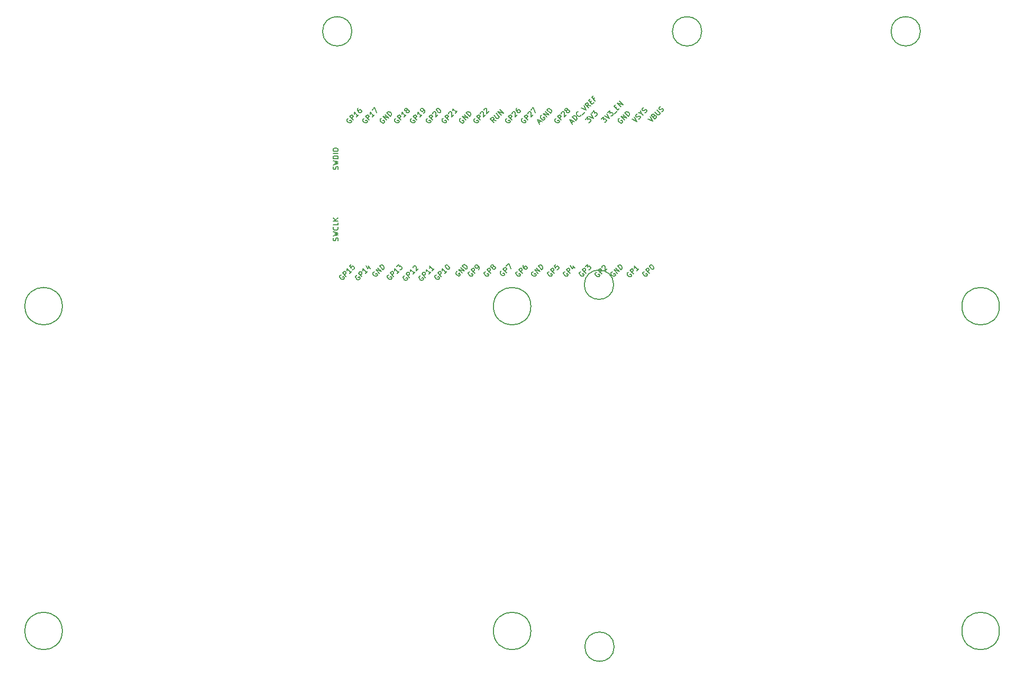
<source format=gbr>
%TF.GenerationSoftware,KiCad,Pcbnew,7.0.7-7.0.7~ubuntu23.04.1*%
%TF.CreationDate,2023-09-10T12:49:34+00:00*%
%TF.ProjectId,pedalboard-hw,70656461-6c62-46f6-9172-642d68772e6b,2.1.0*%
%TF.SameCoordinates,Original*%
%TF.FileFunction,Other,Comment*%
%FSLAX46Y46*%
G04 Gerber Fmt 4.6, Leading zero omitted, Abs format (unit mm)*
G04 Created by KiCad (PCBNEW 7.0.7-7.0.7~ubuntu23.04.1) date 2023-09-10 12:49:34*
%MOMM*%
%LPD*%
G01*
G04 APERTURE LIST*
%ADD10C,0.150000*%
G04 APERTURE END LIST*
D10*
X78769998Y-36936868D02*
X78689185Y-36963805D01*
X78689185Y-36963805D02*
X78608373Y-37044618D01*
X78608373Y-37044618D02*
X78554498Y-37152367D01*
X78554498Y-37152367D02*
X78554498Y-37260117D01*
X78554498Y-37260117D02*
X78581436Y-37340929D01*
X78581436Y-37340929D02*
X78662248Y-37475616D01*
X78662248Y-37475616D02*
X78743060Y-37556428D01*
X78743060Y-37556428D02*
X78877747Y-37637241D01*
X78877747Y-37637241D02*
X78958560Y-37664178D01*
X78958560Y-37664178D02*
X79066309Y-37664178D01*
X79066309Y-37664178D02*
X79174059Y-37610303D01*
X79174059Y-37610303D02*
X79227934Y-37556428D01*
X79227934Y-37556428D02*
X79281808Y-37448679D01*
X79281808Y-37448679D02*
X79281808Y-37394804D01*
X79281808Y-37394804D02*
X79093247Y-37206242D01*
X79093247Y-37206242D02*
X78985497Y-37313992D01*
X79578120Y-37206242D02*
X79012434Y-36640557D01*
X79012434Y-36640557D02*
X79227934Y-36425057D01*
X79227934Y-36425057D02*
X79308746Y-36398120D01*
X79308746Y-36398120D02*
X79362621Y-36398120D01*
X79362621Y-36398120D02*
X79443433Y-36425057D01*
X79443433Y-36425057D02*
X79524245Y-36505870D01*
X79524245Y-36505870D02*
X79551182Y-36586682D01*
X79551182Y-36586682D02*
X79551182Y-36640557D01*
X79551182Y-36640557D02*
X79524245Y-36721369D01*
X79524245Y-36721369D02*
X79308746Y-36936868D01*
X80440117Y-36344245D02*
X80116868Y-36667494D01*
X80278492Y-36505870D02*
X79712807Y-35940184D01*
X79712807Y-35940184D02*
X79739744Y-36074871D01*
X79739744Y-36074871D02*
X79739744Y-36182621D01*
X79739744Y-36182621D02*
X79712807Y-36263433D01*
X80359305Y-35293686D02*
X80251555Y-35401436D01*
X80251555Y-35401436D02*
X80224618Y-35482248D01*
X80224618Y-35482248D02*
X80224618Y-35536123D01*
X80224618Y-35536123D02*
X80251555Y-35670810D01*
X80251555Y-35670810D02*
X80332367Y-35805497D01*
X80332367Y-35805497D02*
X80547866Y-36020996D01*
X80547866Y-36020996D02*
X80628679Y-36047934D01*
X80628679Y-36047934D02*
X80682553Y-36047934D01*
X80682553Y-36047934D02*
X80763366Y-36020996D01*
X80763366Y-36020996D02*
X80871115Y-35913247D01*
X80871115Y-35913247D02*
X80898053Y-35832434D01*
X80898053Y-35832434D02*
X80898053Y-35778560D01*
X80898053Y-35778560D02*
X80871115Y-35697747D01*
X80871115Y-35697747D02*
X80736428Y-35563060D01*
X80736428Y-35563060D02*
X80655616Y-35536123D01*
X80655616Y-35536123D02*
X80601741Y-35536123D01*
X80601741Y-35536123D02*
X80520929Y-35563060D01*
X80520929Y-35563060D02*
X80413179Y-35670810D01*
X80413179Y-35670810D02*
X80386242Y-35751622D01*
X80386242Y-35751622D02*
X80386242Y-35805497D01*
X80386242Y-35805497D02*
X80413179Y-35886309D01*
X121036435Y-61494431D02*
X120955623Y-61521368D01*
X120955623Y-61521368D02*
X120874811Y-61602180D01*
X120874811Y-61602180D02*
X120820936Y-61709930D01*
X120820936Y-61709930D02*
X120820936Y-61817680D01*
X120820936Y-61817680D02*
X120847873Y-61898492D01*
X120847873Y-61898492D02*
X120928685Y-62033179D01*
X120928685Y-62033179D02*
X121009498Y-62113991D01*
X121009498Y-62113991D02*
X121144185Y-62194803D01*
X121144185Y-62194803D02*
X121224997Y-62221741D01*
X121224997Y-62221741D02*
X121332746Y-62221741D01*
X121332746Y-62221741D02*
X121440496Y-62167866D01*
X121440496Y-62167866D02*
X121494371Y-62113991D01*
X121494371Y-62113991D02*
X121548246Y-62006241D01*
X121548246Y-62006241D02*
X121548246Y-61952367D01*
X121548246Y-61952367D02*
X121359684Y-61763805D01*
X121359684Y-61763805D02*
X121251934Y-61871554D01*
X121844557Y-61763805D02*
X121278872Y-61198119D01*
X121278872Y-61198119D02*
X122167806Y-61440556D01*
X122167806Y-61440556D02*
X121602120Y-60874871D01*
X122437180Y-61171182D02*
X121871494Y-60605497D01*
X121871494Y-60605497D02*
X122006181Y-60470810D01*
X122006181Y-60470810D02*
X122113931Y-60416935D01*
X122113931Y-60416935D02*
X122221680Y-60416935D01*
X122221680Y-60416935D02*
X122302493Y-60443872D01*
X122302493Y-60443872D02*
X122437180Y-60524685D01*
X122437180Y-60524685D02*
X122517992Y-60605497D01*
X122517992Y-60605497D02*
X122598804Y-60740184D01*
X122598804Y-60740184D02*
X122625741Y-60820996D01*
X122625741Y-60820996D02*
X122625741Y-60928746D01*
X122625741Y-60928746D02*
X122571867Y-61036495D01*
X122571867Y-61036495D02*
X122437180Y-61171182D01*
X82936435Y-61494431D02*
X82855623Y-61521368D01*
X82855623Y-61521368D02*
X82774811Y-61602180D01*
X82774811Y-61602180D02*
X82720936Y-61709930D01*
X82720936Y-61709930D02*
X82720936Y-61817680D01*
X82720936Y-61817680D02*
X82747873Y-61898492D01*
X82747873Y-61898492D02*
X82828685Y-62033179D01*
X82828685Y-62033179D02*
X82909498Y-62113991D01*
X82909498Y-62113991D02*
X83044185Y-62194803D01*
X83044185Y-62194803D02*
X83124997Y-62221741D01*
X83124997Y-62221741D02*
X83232746Y-62221741D01*
X83232746Y-62221741D02*
X83340496Y-62167866D01*
X83340496Y-62167866D02*
X83394371Y-62113991D01*
X83394371Y-62113991D02*
X83448246Y-62006241D01*
X83448246Y-62006241D02*
X83448246Y-61952367D01*
X83448246Y-61952367D02*
X83259684Y-61763805D01*
X83259684Y-61763805D02*
X83151934Y-61871554D01*
X83744557Y-61763805D02*
X83178872Y-61198119D01*
X83178872Y-61198119D02*
X84067806Y-61440556D01*
X84067806Y-61440556D02*
X83502120Y-60874871D01*
X84337180Y-61171182D02*
X83771494Y-60605497D01*
X83771494Y-60605497D02*
X83906181Y-60470810D01*
X83906181Y-60470810D02*
X84013931Y-60416935D01*
X84013931Y-60416935D02*
X84121680Y-60416935D01*
X84121680Y-60416935D02*
X84202493Y-60443872D01*
X84202493Y-60443872D02*
X84337180Y-60524685D01*
X84337180Y-60524685D02*
X84417992Y-60605497D01*
X84417992Y-60605497D02*
X84498804Y-60740184D01*
X84498804Y-60740184D02*
X84525741Y-60820996D01*
X84525741Y-60820996D02*
X84525741Y-60928746D01*
X84525741Y-60928746D02*
X84471867Y-61036495D01*
X84471867Y-61036495D02*
X84337180Y-61171182D01*
X119278407Y-37058584D02*
X119628593Y-36708398D01*
X119628593Y-36708398D02*
X119655531Y-37112459D01*
X119655531Y-37112459D02*
X119736343Y-37031646D01*
X119736343Y-37031646D02*
X119817155Y-37004709D01*
X119817155Y-37004709D02*
X119871030Y-37004709D01*
X119871030Y-37004709D02*
X119951842Y-37031646D01*
X119951842Y-37031646D02*
X120086529Y-37166333D01*
X120086529Y-37166333D02*
X120113467Y-37247146D01*
X120113467Y-37247146D02*
X120113467Y-37301020D01*
X120113467Y-37301020D02*
X120086529Y-37381833D01*
X120086529Y-37381833D02*
X119924905Y-37543457D01*
X119924905Y-37543457D02*
X119844093Y-37570394D01*
X119844093Y-37570394D02*
X119790218Y-37570394D01*
X119790218Y-36546773D02*
X120544465Y-36923897D01*
X120544465Y-36923897D02*
X120167342Y-36169649D01*
X120302028Y-36034963D02*
X120652215Y-35684776D01*
X120652215Y-35684776D02*
X120679152Y-36088837D01*
X120679152Y-36088837D02*
X120759964Y-36008025D01*
X120759964Y-36008025D02*
X120840776Y-35981088D01*
X120840776Y-35981088D02*
X120894651Y-35981088D01*
X120894651Y-35981088D02*
X120975464Y-36008025D01*
X120975464Y-36008025D02*
X121110151Y-36142712D01*
X121110151Y-36142712D02*
X121137088Y-36223524D01*
X121137088Y-36223524D02*
X121137088Y-36277399D01*
X121137088Y-36277399D02*
X121110151Y-36358211D01*
X121110151Y-36358211D02*
X120948526Y-36519836D01*
X120948526Y-36519836D02*
X120867714Y-36546773D01*
X120867714Y-36546773D02*
X120813839Y-36546773D01*
X121379525Y-36196587D02*
X121810523Y-35765588D01*
X121595024Y-35280715D02*
X121783586Y-35092153D01*
X122160709Y-35307652D02*
X121891335Y-35577026D01*
X121891335Y-35577026D02*
X121325650Y-35011341D01*
X121325650Y-35011341D02*
X121595024Y-34741967D01*
X122403146Y-35065215D02*
X121837461Y-34499530D01*
X121837461Y-34499530D02*
X122726395Y-34741967D01*
X122726395Y-34741967D02*
X122160710Y-34176281D01*
X93999998Y-36936868D02*
X93919185Y-36963805D01*
X93919185Y-36963805D02*
X93838373Y-37044618D01*
X93838373Y-37044618D02*
X93784498Y-37152367D01*
X93784498Y-37152367D02*
X93784498Y-37260117D01*
X93784498Y-37260117D02*
X93811436Y-37340929D01*
X93811436Y-37340929D02*
X93892248Y-37475616D01*
X93892248Y-37475616D02*
X93973060Y-37556428D01*
X93973060Y-37556428D02*
X94107747Y-37637241D01*
X94107747Y-37637241D02*
X94188560Y-37664178D01*
X94188560Y-37664178D02*
X94296309Y-37664178D01*
X94296309Y-37664178D02*
X94404059Y-37610303D01*
X94404059Y-37610303D02*
X94457934Y-37556428D01*
X94457934Y-37556428D02*
X94511808Y-37448679D01*
X94511808Y-37448679D02*
X94511808Y-37394804D01*
X94511808Y-37394804D02*
X94323247Y-37206242D01*
X94323247Y-37206242D02*
X94215497Y-37313992D01*
X94808120Y-37206242D02*
X94242434Y-36640557D01*
X94242434Y-36640557D02*
X94457934Y-36425057D01*
X94457934Y-36425057D02*
X94538746Y-36398120D01*
X94538746Y-36398120D02*
X94592621Y-36398120D01*
X94592621Y-36398120D02*
X94673433Y-36425057D01*
X94673433Y-36425057D02*
X94754245Y-36505870D01*
X94754245Y-36505870D02*
X94781182Y-36586682D01*
X94781182Y-36586682D02*
X94781182Y-36640557D01*
X94781182Y-36640557D02*
X94754245Y-36721369D01*
X94754245Y-36721369D02*
X94538746Y-36936868D01*
X94835057Y-36155683D02*
X94835057Y-36101809D01*
X94835057Y-36101809D02*
X94861995Y-36020996D01*
X94861995Y-36020996D02*
X94996682Y-35886309D01*
X94996682Y-35886309D02*
X95077494Y-35859372D01*
X95077494Y-35859372D02*
X95131369Y-35859372D01*
X95131369Y-35859372D02*
X95212181Y-35886309D01*
X95212181Y-35886309D02*
X95266056Y-35940184D01*
X95266056Y-35940184D02*
X95319930Y-36047934D01*
X95319930Y-36047934D02*
X95319930Y-36694431D01*
X95319930Y-36694431D02*
X95670117Y-36344245D01*
X96208865Y-35805497D02*
X95885616Y-36128746D01*
X96047240Y-35967121D02*
X95481555Y-35401436D01*
X95481555Y-35401436D02*
X95508492Y-35536123D01*
X95508492Y-35536123D02*
X95508492Y-35643873D01*
X95508492Y-35643873D02*
X95481555Y-35724685D01*
X122192435Y-36948431D02*
X122111623Y-36975368D01*
X122111623Y-36975368D02*
X122030811Y-37056180D01*
X122030811Y-37056180D02*
X121976936Y-37163930D01*
X121976936Y-37163930D02*
X121976936Y-37271680D01*
X121976936Y-37271680D02*
X122003873Y-37352492D01*
X122003873Y-37352492D02*
X122084685Y-37487179D01*
X122084685Y-37487179D02*
X122165498Y-37567991D01*
X122165498Y-37567991D02*
X122300185Y-37648803D01*
X122300185Y-37648803D02*
X122380997Y-37675741D01*
X122380997Y-37675741D02*
X122488746Y-37675741D01*
X122488746Y-37675741D02*
X122596496Y-37621866D01*
X122596496Y-37621866D02*
X122650371Y-37567991D01*
X122650371Y-37567991D02*
X122704246Y-37460241D01*
X122704246Y-37460241D02*
X122704246Y-37406367D01*
X122704246Y-37406367D02*
X122515684Y-37217805D01*
X122515684Y-37217805D02*
X122407934Y-37325554D01*
X123000557Y-37217805D02*
X122434872Y-36652119D01*
X122434872Y-36652119D02*
X123323806Y-36894556D01*
X123323806Y-36894556D02*
X122758120Y-36328871D01*
X123593180Y-36625182D02*
X123027494Y-36059497D01*
X123027494Y-36059497D02*
X123162181Y-35924810D01*
X123162181Y-35924810D02*
X123269931Y-35870935D01*
X123269931Y-35870935D02*
X123377680Y-35870935D01*
X123377680Y-35870935D02*
X123458493Y-35897872D01*
X123458493Y-35897872D02*
X123593180Y-35978685D01*
X123593180Y-35978685D02*
X123673992Y-36059497D01*
X123673992Y-36059497D02*
X123754804Y-36194184D01*
X123754804Y-36194184D02*
X123781741Y-36274996D01*
X123781741Y-36274996D02*
X123781741Y-36382746D01*
X123781741Y-36382746D02*
X123727867Y-36490495D01*
X123727867Y-36490495D02*
X123593180Y-36625182D01*
X96792435Y-36948431D02*
X96711623Y-36975368D01*
X96711623Y-36975368D02*
X96630811Y-37056180D01*
X96630811Y-37056180D02*
X96576936Y-37163930D01*
X96576936Y-37163930D02*
X96576936Y-37271680D01*
X96576936Y-37271680D02*
X96603873Y-37352492D01*
X96603873Y-37352492D02*
X96684685Y-37487179D01*
X96684685Y-37487179D02*
X96765498Y-37567991D01*
X96765498Y-37567991D02*
X96900185Y-37648803D01*
X96900185Y-37648803D02*
X96980997Y-37675741D01*
X96980997Y-37675741D02*
X97088746Y-37675741D01*
X97088746Y-37675741D02*
X97196496Y-37621866D01*
X97196496Y-37621866D02*
X97250371Y-37567991D01*
X97250371Y-37567991D02*
X97304246Y-37460241D01*
X97304246Y-37460241D02*
X97304246Y-37406367D01*
X97304246Y-37406367D02*
X97115684Y-37217805D01*
X97115684Y-37217805D02*
X97007934Y-37325554D01*
X97600557Y-37217805D02*
X97034872Y-36652119D01*
X97034872Y-36652119D02*
X97923806Y-36894556D01*
X97923806Y-36894556D02*
X97358120Y-36328871D01*
X98193180Y-36625182D02*
X97627494Y-36059497D01*
X97627494Y-36059497D02*
X97762181Y-35924810D01*
X97762181Y-35924810D02*
X97869931Y-35870935D01*
X97869931Y-35870935D02*
X97977680Y-35870935D01*
X97977680Y-35870935D02*
X98058493Y-35897872D01*
X98058493Y-35897872D02*
X98193180Y-35978685D01*
X98193180Y-35978685D02*
X98273992Y-36059497D01*
X98273992Y-36059497D02*
X98354804Y-36194184D01*
X98354804Y-36194184D02*
X98381741Y-36274996D01*
X98381741Y-36274996D02*
X98381741Y-36382746D01*
X98381741Y-36382746D02*
X98327867Y-36490495D01*
X98327867Y-36490495D02*
X98193180Y-36625182D01*
X90313998Y-62136868D02*
X90233185Y-62163805D01*
X90233185Y-62163805D02*
X90152373Y-62244618D01*
X90152373Y-62244618D02*
X90098498Y-62352367D01*
X90098498Y-62352367D02*
X90098498Y-62460117D01*
X90098498Y-62460117D02*
X90125436Y-62540929D01*
X90125436Y-62540929D02*
X90206248Y-62675616D01*
X90206248Y-62675616D02*
X90287060Y-62756428D01*
X90287060Y-62756428D02*
X90421747Y-62837241D01*
X90421747Y-62837241D02*
X90502560Y-62864178D01*
X90502560Y-62864178D02*
X90610309Y-62864178D01*
X90610309Y-62864178D02*
X90718059Y-62810303D01*
X90718059Y-62810303D02*
X90771934Y-62756428D01*
X90771934Y-62756428D02*
X90825808Y-62648679D01*
X90825808Y-62648679D02*
X90825808Y-62594804D01*
X90825808Y-62594804D02*
X90637247Y-62406242D01*
X90637247Y-62406242D02*
X90529497Y-62513992D01*
X91122120Y-62406242D02*
X90556434Y-61840557D01*
X90556434Y-61840557D02*
X90771934Y-61625057D01*
X90771934Y-61625057D02*
X90852746Y-61598120D01*
X90852746Y-61598120D02*
X90906621Y-61598120D01*
X90906621Y-61598120D02*
X90987433Y-61625057D01*
X90987433Y-61625057D02*
X91068245Y-61705870D01*
X91068245Y-61705870D02*
X91095182Y-61786682D01*
X91095182Y-61786682D02*
X91095182Y-61840557D01*
X91095182Y-61840557D02*
X91068245Y-61921369D01*
X91068245Y-61921369D02*
X90852746Y-62136868D01*
X91984117Y-61544245D02*
X91660868Y-61867494D01*
X91822492Y-61705870D02*
X91256807Y-61140184D01*
X91256807Y-61140184D02*
X91283744Y-61274871D01*
X91283744Y-61274871D02*
X91283744Y-61382621D01*
X91283744Y-61382621D02*
X91256807Y-61463433D01*
X92522865Y-61005497D02*
X92199616Y-61328746D01*
X92361240Y-61167121D02*
X91795555Y-60601436D01*
X91795555Y-60601436D02*
X91822492Y-60736123D01*
X91822492Y-60736123D02*
X91822492Y-60843873D01*
X91822492Y-60843873D02*
X91795555Y-60924685D01*
X91469998Y-36936868D02*
X91389185Y-36963805D01*
X91389185Y-36963805D02*
X91308373Y-37044618D01*
X91308373Y-37044618D02*
X91254498Y-37152367D01*
X91254498Y-37152367D02*
X91254498Y-37260117D01*
X91254498Y-37260117D02*
X91281436Y-37340929D01*
X91281436Y-37340929D02*
X91362248Y-37475616D01*
X91362248Y-37475616D02*
X91443060Y-37556428D01*
X91443060Y-37556428D02*
X91577747Y-37637241D01*
X91577747Y-37637241D02*
X91658560Y-37664178D01*
X91658560Y-37664178D02*
X91766309Y-37664178D01*
X91766309Y-37664178D02*
X91874059Y-37610303D01*
X91874059Y-37610303D02*
X91927934Y-37556428D01*
X91927934Y-37556428D02*
X91981808Y-37448679D01*
X91981808Y-37448679D02*
X91981808Y-37394804D01*
X91981808Y-37394804D02*
X91793247Y-37206242D01*
X91793247Y-37206242D02*
X91685497Y-37313992D01*
X92278120Y-37206242D02*
X91712434Y-36640557D01*
X91712434Y-36640557D02*
X91927934Y-36425057D01*
X91927934Y-36425057D02*
X92008746Y-36398120D01*
X92008746Y-36398120D02*
X92062621Y-36398120D01*
X92062621Y-36398120D02*
X92143433Y-36425057D01*
X92143433Y-36425057D02*
X92224245Y-36505870D01*
X92224245Y-36505870D02*
X92251182Y-36586682D01*
X92251182Y-36586682D02*
X92251182Y-36640557D01*
X92251182Y-36640557D02*
X92224245Y-36721369D01*
X92224245Y-36721369D02*
X92008746Y-36936868D01*
X92305057Y-36155683D02*
X92305057Y-36101809D01*
X92305057Y-36101809D02*
X92331995Y-36020996D01*
X92331995Y-36020996D02*
X92466682Y-35886309D01*
X92466682Y-35886309D02*
X92547494Y-35859372D01*
X92547494Y-35859372D02*
X92601369Y-35859372D01*
X92601369Y-35859372D02*
X92682181Y-35886309D01*
X92682181Y-35886309D02*
X92736056Y-35940184D01*
X92736056Y-35940184D02*
X92789930Y-36047934D01*
X92789930Y-36047934D02*
X92789930Y-36694431D01*
X92789930Y-36694431D02*
X93140117Y-36344245D01*
X92924618Y-35428373D02*
X92978492Y-35374499D01*
X92978492Y-35374499D02*
X93059305Y-35347561D01*
X93059305Y-35347561D02*
X93113179Y-35347561D01*
X93113179Y-35347561D02*
X93193992Y-35374499D01*
X93193992Y-35374499D02*
X93328679Y-35455311D01*
X93328679Y-35455311D02*
X93463366Y-35589998D01*
X93463366Y-35589998D02*
X93544178Y-35724685D01*
X93544178Y-35724685D02*
X93571115Y-35805497D01*
X93571115Y-35805497D02*
X93571115Y-35859372D01*
X93571115Y-35859372D02*
X93544178Y-35940184D01*
X93544178Y-35940184D02*
X93490303Y-35994059D01*
X93490303Y-35994059D02*
X93409491Y-36020996D01*
X93409491Y-36020996D02*
X93355616Y-36020996D01*
X93355616Y-36020996D02*
X93274804Y-35994059D01*
X93274804Y-35994059D02*
X93140117Y-35913247D01*
X93140117Y-35913247D02*
X93005430Y-35778560D01*
X93005430Y-35778560D02*
X92924618Y-35643873D01*
X92924618Y-35643873D02*
X92897680Y-35563060D01*
X92897680Y-35563060D02*
X92897680Y-35509186D01*
X92897680Y-35509186D02*
X92924618Y-35428373D01*
X98203372Y-61467494D02*
X98122560Y-61494431D01*
X98122560Y-61494431D02*
X98041748Y-61575243D01*
X98041748Y-61575243D02*
X97987873Y-61682993D01*
X97987873Y-61682993D02*
X97987873Y-61790742D01*
X97987873Y-61790742D02*
X98014810Y-61871555D01*
X98014810Y-61871555D02*
X98095623Y-62006242D01*
X98095623Y-62006242D02*
X98176435Y-62087054D01*
X98176435Y-62087054D02*
X98311122Y-62167866D01*
X98311122Y-62167866D02*
X98391934Y-62194803D01*
X98391934Y-62194803D02*
X98499684Y-62194803D01*
X98499684Y-62194803D02*
X98607433Y-62140929D01*
X98607433Y-62140929D02*
X98661308Y-62087054D01*
X98661308Y-62087054D02*
X98715183Y-61979304D01*
X98715183Y-61979304D02*
X98715183Y-61925429D01*
X98715183Y-61925429D02*
X98526621Y-61736868D01*
X98526621Y-61736868D02*
X98418871Y-61844617D01*
X99011494Y-61736868D02*
X98445809Y-61171182D01*
X98445809Y-61171182D02*
X98661308Y-60955683D01*
X98661308Y-60955683D02*
X98742120Y-60928746D01*
X98742120Y-60928746D02*
X98795995Y-60928746D01*
X98795995Y-60928746D02*
X98876807Y-60955683D01*
X98876807Y-60955683D02*
X98957619Y-61036495D01*
X98957619Y-61036495D02*
X98984557Y-61117307D01*
X98984557Y-61117307D02*
X98984557Y-61171182D01*
X98984557Y-61171182D02*
X98957619Y-61251994D01*
X98957619Y-61251994D02*
X98742120Y-61467494D01*
X99604117Y-61144245D02*
X99711867Y-61036495D01*
X99711867Y-61036495D02*
X99738804Y-60955683D01*
X99738804Y-60955683D02*
X99738804Y-60901808D01*
X99738804Y-60901808D02*
X99711867Y-60767121D01*
X99711867Y-60767121D02*
X99631054Y-60632434D01*
X99631054Y-60632434D02*
X99415555Y-60416935D01*
X99415555Y-60416935D02*
X99334743Y-60389998D01*
X99334743Y-60389998D02*
X99280868Y-60389998D01*
X99280868Y-60389998D02*
X99200056Y-60416935D01*
X99200056Y-60416935D02*
X99092306Y-60524685D01*
X99092306Y-60524685D02*
X99065369Y-60605497D01*
X99065369Y-60605497D02*
X99065369Y-60659372D01*
X99065369Y-60659372D02*
X99092306Y-60740184D01*
X99092306Y-60740184D02*
X99226993Y-60874871D01*
X99226993Y-60874871D02*
X99307806Y-60901808D01*
X99307806Y-60901808D02*
X99361680Y-60901808D01*
X99361680Y-60901808D02*
X99442493Y-60874871D01*
X99442493Y-60874871D02*
X99550242Y-60767121D01*
X99550242Y-60767121D02*
X99577180Y-60686309D01*
X99577180Y-60686309D02*
X99577180Y-60632434D01*
X99577180Y-60632434D02*
X99550242Y-60551622D01*
X92853998Y-61990868D02*
X92773185Y-62017805D01*
X92773185Y-62017805D02*
X92692373Y-62098618D01*
X92692373Y-62098618D02*
X92638498Y-62206367D01*
X92638498Y-62206367D02*
X92638498Y-62314117D01*
X92638498Y-62314117D02*
X92665436Y-62394929D01*
X92665436Y-62394929D02*
X92746248Y-62529616D01*
X92746248Y-62529616D02*
X92827060Y-62610428D01*
X92827060Y-62610428D02*
X92961747Y-62691241D01*
X92961747Y-62691241D02*
X93042560Y-62718178D01*
X93042560Y-62718178D02*
X93150309Y-62718178D01*
X93150309Y-62718178D02*
X93258059Y-62664303D01*
X93258059Y-62664303D02*
X93311934Y-62610428D01*
X93311934Y-62610428D02*
X93365808Y-62502679D01*
X93365808Y-62502679D02*
X93365808Y-62448804D01*
X93365808Y-62448804D02*
X93177247Y-62260242D01*
X93177247Y-62260242D02*
X93069497Y-62367992D01*
X93662120Y-62260242D02*
X93096434Y-61694557D01*
X93096434Y-61694557D02*
X93311934Y-61479057D01*
X93311934Y-61479057D02*
X93392746Y-61452120D01*
X93392746Y-61452120D02*
X93446621Y-61452120D01*
X93446621Y-61452120D02*
X93527433Y-61479057D01*
X93527433Y-61479057D02*
X93608245Y-61559870D01*
X93608245Y-61559870D02*
X93635182Y-61640682D01*
X93635182Y-61640682D02*
X93635182Y-61694557D01*
X93635182Y-61694557D02*
X93608245Y-61775369D01*
X93608245Y-61775369D02*
X93392746Y-61990868D01*
X94524117Y-61398245D02*
X94200868Y-61721494D01*
X94362492Y-61559870D02*
X93796807Y-60994184D01*
X93796807Y-60994184D02*
X93823744Y-61128871D01*
X93823744Y-61128871D02*
X93823744Y-61236621D01*
X93823744Y-61236621D02*
X93796807Y-61317433D01*
X94308618Y-60482373D02*
X94362492Y-60428499D01*
X94362492Y-60428499D02*
X94443305Y-60401561D01*
X94443305Y-60401561D02*
X94497179Y-60401561D01*
X94497179Y-60401561D02*
X94577992Y-60428499D01*
X94577992Y-60428499D02*
X94712679Y-60509311D01*
X94712679Y-60509311D02*
X94847366Y-60643998D01*
X94847366Y-60643998D02*
X94928178Y-60778685D01*
X94928178Y-60778685D02*
X94955115Y-60859497D01*
X94955115Y-60859497D02*
X94955115Y-60913372D01*
X94955115Y-60913372D02*
X94928178Y-60994184D01*
X94928178Y-60994184D02*
X94874303Y-61048059D01*
X94874303Y-61048059D02*
X94793491Y-61074996D01*
X94793491Y-61074996D02*
X94739616Y-61074996D01*
X94739616Y-61074996D02*
X94658804Y-61048059D01*
X94658804Y-61048059D02*
X94524117Y-60967247D01*
X94524117Y-60967247D02*
X94389430Y-60832560D01*
X94389430Y-60832560D02*
X94308618Y-60697873D01*
X94308618Y-60697873D02*
X94281680Y-60617060D01*
X94281680Y-60617060D02*
X94281680Y-60563186D01*
X94281680Y-60563186D02*
X94308618Y-60482373D01*
X106699998Y-36936868D02*
X106619185Y-36963805D01*
X106619185Y-36963805D02*
X106538373Y-37044618D01*
X106538373Y-37044618D02*
X106484498Y-37152367D01*
X106484498Y-37152367D02*
X106484498Y-37260117D01*
X106484498Y-37260117D02*
X106511436Y-37340929D01*
X106511436Y-37340929D02*
X106592248Y-37475616D01*
X106592248Y-37475616D02*
X106673060Y-37556428D01*
X106673060Y-37556428D02*
X106807747Y-37637241D01*
X106807747Y-37637241D02*
X106888560Y-37664178D01*
X106888560Y-37664178D02*
X106996309Y-37664178D01*
X106996309Y-37664178D02*
X107104059Y-37610303D01*
X107104059Y-37610303D02*
X107157934Y-37556428D01*
X107157934Y-37556428D02*
X107211808Y-37448679D01*
X107211808Y-37448679D02*
X107211808Y-37394804D01*
X107211808Y-37394804D02*
X107023247Y-37206242D01*
X107023247Y-37206242D02*
X106915497Y-37313992D01*
X107508120Y-37206242D02*
X106942434Y-36640557D01*
X106942434Y-36640557D02*
X107157934Y-36425057D01*
X107157934Y-36425057D02*
X107238746Y-36398120D01*
X107238746Y-36398120D02*
X107292621Y-36398120D01*
X107292621Y-36398120D02*
X107373433Y-36425057D01*
X107373433Y-36425057D02*
X107454245Y-36505870D01*
X107454245Y-36505870D02*
X107481182Y-36586682D01*
X107481182Y-36586682D02*
X107481182Y-36640557D01*
X107481182Y-36640557D02*
X107454245Y-36721369D01*
X107454245Y-36721369D02*
X107238746Y-36936868D01*
X107535057Y-36155683D02*
X107535057Y-36101809D01*
X107535057Y-36101809D02*
X107561995Y-36020996D01*
X107561995Y-36020996D02*
X107696682Y-35886309D01*
X107696682Y-35886309D02*
X107777494Y-35859372D01*
X107777494Y-35859372D02*
X107831369Y-35859372D01*
X107831369Y-35859372D02*
X107912181Y-35886309D01*
X107912181Y-35886309D02*
X107966056Y-35940184D01*
X107966056Y-35940184D02*
X108019930Y-36047934D01*
X108019930Y-36047934D02*
X108019930Y-36694431D01*
X108019930Y-36694431D02*
X108370117Y-36344245D01*
X107992993Y-35589998D02*
X108370117Y-35212874D01*
X108370117Y-35212874D02*
X108693366Y-36020996D01*
X100743372Y-61467494D02*
X100662560Y-61494431D01*
X100662560Y-61494431D02*
X100581748Y-61575243D01*
X100581748Y-61575243D02*
X100527873Y-61682993D01*
X100527873Y-61682993D02*
X100527873Y-61790742D01*
X100527873Y-61790742D02*
X100554810Y-61871555D01*
X100554810Y-61871555D02*
X100635623Y-62006242D01*
X100635623Y-62006242D02*
X100716435Y-62087054D01*
X100716435Y-62087054D02*
X100851122Y-62167866D01*
X100851122Y-62167866D02*
X100931934Y-62194803D01*
X100931934Y-62194803D02*
X101039684Y-62194803D01*
X101039684Y-62194803D02*
X101147433Y-62140929D01*
X101147433Y-62140929D02*
X101201308Y-62087054D01*
X101201308Y-62087054D02*
X101255183Y-61979304D01*
X101255183Y-61979304D02*
X101255183Y-61925429D01*
X101255183Y-61925429D02*
X101066621Y-61736868D01*
X101066621Y-61736868D02*
X100958871Y-61844617D01*
X101551494Y-61736868D02*
X100985809Y-61171182D01*
X100985809Y-61171182D02*
X101201308Y-60955683D01*
X101201308Y-60955683D02*
X101282120Y-60928746D01*
X101282120Y-60928746D02*
X101335995Y-60928746D01*
X101335995Y-60928746D02*
X101416807Y-60955683D01*
X101416807Y-60955683D02*
X101497619Y-61036495D01*
X101497619Y-61036495D02*
X101524557Y-61117307D01*
X101524557Y-61117307D02*
X101524557Y-61171182D01*
X101524557Y-61171182D02*
X101497619Y-61251994D01*
X101497619Y-61251994D02*
X101282120Y-61467494D01*
X101874743Y-60767121D02*
X101793931Y-60794059D01*
X101793931Y-60794059D02*
X101740056Y-60794059D01*
X101740056Y-60794059D02*
X101659244Y-60767121D01*
X101659244Y-60767121D02*
X101632306Y-60740184D01*
X101632306Y-60740184D02*
X101605369Y-60659372D01*
X101605369Y-60659372D02*
X101605369Y-60605497D01*
X101605369Y-60605497D02*
X101632306Y-60524685D01*
X101632306Y-60524685D02*
X101740056Y-60416935D01*
X101740056Y-60416935D02*
X101820868Y-60389998D01*
X101820868Y-60389998D02*
X101874743Y-60389998D01*
X101874743Y-60389998D02*
X101955555Y-60416935D01*
X101955555Y-60416935D02*
X101982493Y-60443872D01*
X101982493Y-60443872D02*
X102009430Y-60524685D01*
X102009430Y-60524685D02*
X102009430Y-60578559D01*
X102009430Y-60578559D02*
X101982493Y-60659372D01*
X101982493Y-60659372D02*
X101874743Y-60767121D01*
X101874743Y-60767121D02*
X101847806Y-60847933D01*
X101847806Y-60847933D02*
X101847806Y-60901808D01*
X101847806Y-60901808D02*
X101874743Y-60982620D01*
X101874743Y-60982620D02*
X101982493Y-61090370D01*
X101982493Y-61090370D02*
X102063305Y-61117307D01*
X102063305Y-61117307D02*
X102117180Y-61117307D01*
X102117180Y-61117307D02*
X102197992Y-61090370D01*
X102197992Y-61090370D02*
X102305741Y-60982620D01*
X102305741Y-60982620D02*
X102332679Y-60901808D01*
X102332679Y-60901808D02*
X102332679Y-60847933D01*
X102332679Y-60847933D02*
X102305741Y-60767121D01*
X102305741Y-60767121D02*
X102197992Y-60659372D01*
X102197992Y-60659372D02*
X102117180Y-60632434D01*
X102117180Y-60632434D02*
X102063305Y-60632434D01*
X102063305Y-60632434D02*
X101982493Y-60659372D01*
X110903372Y-61467494D02*
X110822560Y-61494431D01*
X110822560Y-61494431D02*
X110741748Y-61575243D01*
X110741748Y-61575243D02*
X110687873Y-61682993D01*
X110687873Y-61682993D02*
X110687873Y-61790742D01*
X110687873Y-61790742D02*
X110714810Y-61871555D01*
X110714810Y-61871555D02*
X110795623Y-62006242D01*
X110795623Y-62006242D02*
X110876435Y-62087054D01*
X110876435Y-62087054D02*
X111011122Y-62167866D01*
X111011122Y-62167866D02*
X111091934Y-62194803D01*
X111091934Y-62194803D02*
X111199684Y-62194803D01*
X111199684Y-62194803D02*
X111307433Y-62140929D01*
X111307433Y-62140929D02*
X111361308Y-62087054D01*
X111361308Y-62087054D02*
X111415183Y-61979304D01*
X111415183Y-61979304D02*
X111415183Y-61925429D01*
X111415183Y-61925429D02*
X111226621Y-61736868D01*
X111226621Y-61736868D02*
X111118871Y-61844617D01*
X111711494Y-61736868D02*
X111145809Y-61171182D01*
X111145809Y-61171182D02*
X111361308Y-60955683D01*
X111361308Y-60955683D02*
X111442120Y-60928746D01*
X111442120Y-60928746D02*
X111495995Y-60928746D01*
X111495995Y-60928746D02*
X111576807Y-60955683D01*
X111576807Y-60955683D02*
X111657619Y-61036495D01*
X111657619Y-61036495D02*
X111684557Y-61117307D01*
X111684557Y-61117307D02*
X111684557Y-61171182D01*
X111684557Y-61171182D02*
X111657619Y-61251994D01*
X111657619Y-61251994D02*
X111442120Y-61467494D01*
X111980868Y-60336123D02*
X111711494Y-60605497D01*
X111711494Y-60605497D02*
X111953931Y-60901808D01*
X111953931Y-60901808D02*
X111953931Y-60847933D01*
X111953931Y-60847933D02*
X111980868Y-60767121D01*
X111980868Y-60767121D02*
X112115555Y-60632434D01*
X112115555Y-60632434D02*
X112196367Y-60605497D01*
X112196367Y-60605497D02*
X112250242Y-60605497D01*
X112250242Y-60605497D02*
X112331054Y-60632434D01*
X112331054Y-60632434D02*
X112465741Y-60767121D01*
X112465741Y-60767121D02*
X112492679Y-60847933D01*
X112492679Y-60847933D02*
X112492679Y-60901808D01*
X112492679Y-60901808D02*
X112465741Y-60982620D01*
X112465741Y-60982620D02*
X112331054Y-61117307D01*
X112331054Y-61117307D02*
X112250242Y-61144245D01*
X112250242Y-61144245D02*
X112196367Y-61144245D01*
X114511064Y-37634049D02*
X114780438Y-37364675D01*
X114618813Y-37849549D02*
X114241690Y-37095301D01*
X114241690Y-37095301D02*
X114995937Y-37472425D01*
X115184499Y-37283863D02*
X114618813Y-36718178D01*
X114618813Y-36718178D02*
X114753500Y-36583491D01*
X114753500Y-36583491D02*
X114861250Y-36529616D01*
X114861250Y-36529616D02*
X114968999Y-36529616D01*
X114968999Y-36529616D02*
X115049812Y-36556553D01*
X115049812Y-36556553D02*
X115184499Y-36637366D01*
X115184499Y-36637366D02*
X115265311Y-36718178D01*
X115265311Y-36718178D02*
X115346123Y-36852865D01*
X115346123Y-36852865D02*
X115373060Y-36933677D01*
X115373060Y-36933677D02*
X115373060Y-37041427D01*
X115373060Y-37041427D02*
X115319186Y-37149176D01*
X115319186Y-37149176D02*
X115184499Y-37283863D01*
X116019558Y-36341054D02*
X116019558Y-36394929D01*
X116019558Y-36394929D02*
X115965683Y-36502679D01*
X115965683Y-36502679D02*
X115911808Y-36556553D01*
X115911808Y-36556553D02*
X115804059Y-36610428D01*
X115804059Y-36610428D02*
X115696309Y-36610428D01*
X115696309Y-36610428D02*
X115615497Y-36583491D01*
X115615497Y-36583491D02*
X115480810Y-36502679D01*
X115480810Y-36502679D02*
X115399998Y-36421866D01*
X115399998Y-36421866D02*
X115319186Y-36287179D01*
X115319186Y-36287179D02*
X115292248Y-36206367D01*
X115292248Y-36206367D02*
X115292248Y-36098618D01*
X115292248Y-36098618D02*
X115346123Y-35990868D01*
X115346123Y-35990868D02*
X115399998Y-35936993D01*
X115399998Y-35936993D02*
X115507747Y-35883118D01*
X115507747Y-35883118D02*
X115561622Y-35883118D01*
X116235057Y-36341054D02*
X116666056Y-35910056D01*
X116100370Y-35236621D02*
X116854618Y-35613744D01*
X116854618Y-35613744D02*
X116477494Y-34859497D01*
X117554990Y-34913372D02*
X117097054Y-34832560D01*
X117231741Y-35236621D02*
X116666056Y-34670935D01*
X116666056Y-34670935D02*
X116881555Y-34455436D01*
X116881555Y-34455436D02*
X116962367Y-34428499D01*
X116962367Y-34428499D02*
X117016242Y-34428499D01*
X117016242Y-34428499D02*
X117097054Y-34455436D01*
X117097054Y-34455436D02*
X117177866Y-34536248D01*
X117177866Y-34536248D02*
X117204804Y-34617061D01*
X117204804Y-34617061D02*
X117204804Y-34670935D01*
X117204804Y-34670935D02*
X117177866Y-34751748D01*
X117177866Y-34751748D02*
X116962367Y-34967247D01*
X117501115Y-34374624D02*
X117689677Y-34186062D01*
X118066800Y-34401561D02*
X117797426Y-34670935D01*
X117797426Y-34670935D02*
X117231741Y-34105250D01*
X117231741Y-34105250D02*
X117501115Y-33835876D01*
X118201488Y-33674251D02*
X118012926Y-33862813D01*
X118309237Y-34159125D02*
X117743552Y-33593439D01*
X117743552Y-33593439D02*
X118012926Y-33324065D01*
X77613998Y-61990868D02*
X77533185Y-62017805D01*
X77533185Y-62017805D02*
X77452373Y-62098618D01*
X77452373Y-62098618D02*
X77398498Y-62206367D01*
X77398498Y-62206367D02*
X77398498Y-62314117D01*
X77398498Y-62314117D02*
X77425436Y-62394929D01*
X77425436Y-62394929D02*
X77506248Y-62529616D01*
X77506248Y-62529616D02*
X77587060Y-62610428D01*
X77587060Y-62610428D02*
X77721747Y-62691241D01*
X77721747Y-62691241D02*
X77802560Y-62718178D01*
X77802560Y-62718178D02*
X77910309Y-62718178D01*
X77910309Y-62718178D02*
X78018059Y-62664303D01*
X78018059Y-62664303D02*
X78071934Y-62610428D01*
X78071934Y-62610428D02*
X78125808Y-62502679D01*
X78125808Y-62502679D02*
X78125808Y-62448804D01*
X78125808Y-62448804D02*
X77937247Y-62260242D01*
X77937247Y-62260242D02*
X77829497Y-62367992D01*
X78422120Y-62260242D02*
X77856434Y-61694557D01*
X77856434Y-61694557D02*
X78071934Y-61479057D01*
X78071934Y-61479057D02*
X78152746Y-61452120D01*
X78152746Y-61452120D02*
X78206621Y-61452120D01*
X78206621Y-61452120D02*
X78287433Y-61479057D01*
X78287433Y-61479057D02*
X78368245Y-61559870D01*
X78368245Y-61559870D02*
X78395182Y-61640682D01*
X78395182Y-61640682D02*
X78395182Y-61694557D01*
X78395182Y-61694557D02*
X78368245Y-61775369D01*
X78368245Y-61775369D02*
X78152746Y-61990868D01*
X79284117Y-61398245D02*
X78960868Y-61721494D01*
X79122492Y-61559870D02*
X78556807Y-60994184D01*
X78556807Y-60994184D02*
X78583744Y-61128871D01*
X78583744Y-61128871D02*
X78583744Y-61236621D01*
X78583744Y-61236621D02*
X78556807Y-61317433D01*
X79230242Y-60320749D02*
X78960868Y-60590123D01*
X78960868Y-60590123D02*
X79203305Y-60886434D01*
X79203305Y-60886434D02*
X79203305Y-60832560D01*
X79203305Y-60832560D02*
X79230242Y-60751747D01*
X79230242Y-60751747D02*
X79364929Y-60617060D01*
X79364929Y-60617060D02*
X79445741Y-60590123D01*
X79445741Y-60590123D02*
X79499616Y-60590123D01*
X79499616Y-60590123D02*
X79580428Y-60617060D01*
X79580428Y-60617060D02*
X79715115Y-60751747D01*
X79715115Y-60751747D02*
X79742053Y-60832560D01*
X79742053Y-60832560D02*
X79742053Y-60886434D01*
X79742053Y-60886434D02*
X79715115Y-60967247D01*
X79715115Y-60967247D02*
X79580428Y-61101934D01*
X79580428Y-61101934D02*
X79499616Y-61128871D01*
X79499616Y-61128871D02*
X79445741Y-61128871D01*
X124166749Y-37060242D02*
X124920996Y-37437366D01*
X124920996Y-37437366D02*
X124543873Y-36683118D01*
X125244245Y-37060242D02*
X125351995Y-37006367D01*
X125351995Y-37006367D02*
X125486682Y-36871680D01*
X125486682Y-36871680D02*
X125513619Y-36790868D01*
X125513619Y-36790868D02*
X125513619Y-36736993D01*
X125513619Y-36736993D02*
X125486682Y-36656181D01*
X125486682Y-36656181D02*
X125432807Y-36602306D01*
X125432807Y-36602306D02*
X125351995Y-36575369D01*
X125351995Y-36575369D02*
X125298120Y-36575369D01*
X125298120Y-36575369D02*
X125217308Y-36602306D01*
X125217308Y-36602306D02*
X125082621Y-36683118D01*
X125082621Y-36683118D02*
X125001808Y-36710056D01*
X125001808Y-36710056D02*
X124947934Y-36710056D01*
X124947934Y-36710056D02*
X124867121Y-36683118D01*
X124867121Y-36683118D02*
X124813247Y-36629244D01*
X124813247Y-36629244D02*
X124786309Y-36548431D01*
X124786309Y-36548431D02*
X124786309Y-36494557D01*
X124786309Y-36494557D02*
X124813247Y-36413744D01*
X124813247Y-36413744D02*
X124947934Y-36279057D01*
X124947934Y-36279057D02*
X125055683Y-36225183D01*
X125675244Y-36144370D02*
X125944618Y-36413744D01*
X125190370Y-36036621D02*
X125675244Y-36144370D01*
X125675244Y-36144370D02*
X125567494Y-35659497D01*
X126267866Y-36036621D02*
X126375616Y-35982746D01*
X126375616Y-35982746D02*
X126510303Y-35848059D01*
X126510303Y-35848059D02*
X126537240Y-35767247D01*
X126537240Y-35767247D02*
X126537240Y-35713372D01*
X126537240Y-35713372D02*
X126510303Y-35632560D01*
X126510303Y-35632560D02*
X126456428Y-35578685D01*
X126456428Y-35578685D02*
X126375616Y-35551748D01*
X126375616Y-35551748D02*
X126321741Y-35551748D01*
X126321741Y-35551748D02*
X126240929Y-35578685D01*
X126240929Y-35578685D02*
X126106242Y-35659497D01*
X126106242Y-35659497D02*
X126025430Y-35686435D01*
X126025430Y-35686435D02*
X125971555Y-35686435D01*
X125971555Y-35686435D02*
X125890743Y-35659497D01*
X125890743Y-35659497D02*
X125836868Y-35605622D01*
X125836868Y-35605622D02*
X125809930Y-35524810D01*
X125809930Y-35524810D02*
X125809930Y-35470935D01*
X125809930Y-35470935D02*
X125836868Y-35390123D01*
X125836868Y-35390123D02*
X125971555Y-35255436D01*
X125971555Y-35255436D02*
X126079304Y-35201561D01*
X77124200Y-45095238D02*
X77162295Y-44980952D01*
X77162295Y-44980952D02*
X77162295Y-44790476D01*
X77162295Y-44790476D02*
X77124200Y-44714285D01*
X77124200Y-44714285D02*
X77086104Y-44676190D01*
X77086104Y-44676190D02*
X77009914Y-44638095D01*
X77009914Y-44638095D02*
X76933723Y-44638095D01*
X76933723Y-44638095D02*
X76857533Y-44676190D01*
X76857533Y-44676190D02*
X76819438Y-44714285D01*
X76819438Y-44714285D02*
X76781342Y-44790476D01*
X76781342Y-44790476D02*
X76743247Y-44942857D01*
X76743247Y-44942857D02*
X76705152Y-45019047D01*
X76705152Y-45019047D02*
X76667057Y-45057142D01*
X76667057Y-45057142D02*
X76590866Y-45095238D01*
X76590866Y-45095238D02*
X76514676Y-45095238D01*
X76514676Y-45095238D02*
X76438485Y-45057142D01*
X76438485Y-45057142D02*
X76400390Y-45019047D01*
X76400390Y-45019047D02*
X76362295Y-44942857D01*
X76362295Y-44942857D02*
X76362295Y-44752380D01*
X76362295Y-44752380D02*
X76400390Y-44638095D01*
X76362295Y-44371428D02*
X77162295Y-44180952D01*
X77162295Y-44180952D02*
X76590866Y-44028571D01*
X76590866Y-44028571D02*
X77162295Y-43876190D01*
X77162295Y-43876190D02*
X76362295Y-43685714D01*
X77162295Y-43380951D02*
X76362295Y-43380951D01*
X76362295Y-43380951D02*
X76362295Y-43190475D01*
X76362295Y-43190475D02*
X76400390Y-43076189D01*
X76400390Y-43076189D02*
X76476580Y-42999999D01*
X76476580Y-42999999D02*
X76552771Y-42961904D01*
X76552771Y-42961904D02*
X76705152Y-42923808D01*
X76705152Y-42923808D02*
X76819438Y-42923808D01*
X76819438Y-42923808D02*
X76971819Y-42961904D01*
X76971819Y-42961904D02*
X77048009Y-42999999D01*
X77048009Y-42999999D02*
X77124200Y-43076189D01*
X77124200Y-43076189D02*
X77162295Y-43190475D01*
X77162295Y-43190475D02*
X77162295Y-43380951D01*
X77162295Y-42580951D02*
X76362295Y-42580951D01*
X76362295Y-42047618D02*
X76362295Y-41895237D01*
X76362295Y-41895237D02*
X76400390Y-41819047D01*
X76400390Y-41819047D02*
X76476580Y-41742856D01*
X76476580Y-41742856D02*
X76628961Y-41704761D01*
X76628961Y-41704761D02*
X76895628Y-41704761D01*
X76895628Y-41704761D02*
X77048009Y-41742856D01*
X77048009Y-41742856D02*
X77124200Y-41819047D01*
X77124200Y-41819047D02*
X77162295Y-41895237D01*
X77162295Y-41895237D02*
X77162295Y-42047618D01*
X77162295Y-42047618D02*
X77124200Y-42123809D01*
X77124200Y-42123809D02*
X77048009Y-42199999D01*
X77048009Y-42199999D02*
X76895628Y-42238095D01*
X76895628Y-42238095D02*
X76628961Y-42238095D01*
X76628961Y-42238095D02*
X76476580Y-42199999D01*
X76476580Y-42199999D02*
X76400390Y-42123809D01*
X76400390Y-42123809D02*
X76362295Y-42047618D01*
X104169998Y-36936868D02*
X104089185Y-36963805D01*
X104089185Y-36963805D02*
X104008373Y-37044618D01*
X104008373Y-37044618D02*
X103954498Y-37152367D01*
X103954498Y-37152367D02*
X103954498Y-37260117D01*
X103954498Y-37260117D02*
X103981436Y-37340929D01*
X103981436Y-37340929D02*
X104062248Y-37475616D01*
X104062248Y-37475616D02*
X104143060Y-37556428D01*
X104143060Y-37556428D02*
X104277747Y-37637241D01*
X104277747Y-37637241D02*
X104358560Y-37664178D01*
X104358560Y-37664178D02*
X104466309Y-37664178D01*
X104466309Y-37664178D02*
X104574059Y-37610303D01*
X104574059Y-37610303D02*
X104627934Y-37556428D01*
X104627934Y-37556428D02*
X104681808Y-37448679D01*
X104681808Y-37448679D02*
X104681808Y-37394804D01*
X104681808Y-37394804D02*
X104493247Y-37206242D01*
X104493247Y-37206242D02*
X104385497Y-37313992D01*
X104978120Y-37206242D02*
X104412434Y-36640557D01*
X104412434Y-36640557D02*
X104627934Y-36425057D01*
X104627934Y-36425057D02*
X104708746Y-36398120D01*
X104708746Y-36398120D02*
X104762621Y-36398120D01*
X104762621Y-36398120D02*
X104843433Y-36425057D01*
X104843433Y-36425057D02*
X104924245Y-36505870D01*
X104924245Y-36505870D02*
X104951182Y-36586682D01*
X104951182Y-36586682D02*
X104951182Y-36640557D01*
X104951182Y-36640557D02*
X104924245Y-36721369D01*
X104924245Y-36721369D02*
X104708746Y-36936868D01*
X105005057Y-36155683D02*
X105005057Y-36101809D01*
X105005057Y-36101809D02*
X105031995Y-36020996D01*
X105031995Y-36020996D02*
X105166682Y-35886309D01*
X105166682Y-35886309D02*
X105247494Y-35859372D01*
X105247494Y-35859372D02*
X105301369Y-35859372D01*
X105301369Y-35859372D02*
X105382181Y-35886309D01*
X105382181Y-35886309D02*
X105436056Y-35940184D01*
X105436056Y-35940184D02*
X105489930Y-36047934D01*
X105489930Y-36047934D02*
X105489930Y-36694431D01*
X105489930Y-36694431D02*
X105840117Y-36344245D01*
X105759305Y-35293686D02*
X105651555Y-35401436D01*
X105651555Y-35401436D02*
X105624618Y-35482248D01*
X105624618Y-35482248D02*
X105624618Y-35536123D01*
X105624618Y-35536123D02*
X105651555Y-35670810D01*
X105651555Y-35670810D02*
X105732367Y-35805497D01*
X105732367Y-35805497D02*
X105947866Y-36020996D01*
X105947866Y-36020996D02*
X106028679Y-36047934D01*
X106028679Y-36047934D02*
X106082553Y-36047934D01*
X106082553Y-36047934D02*
X106163366Y-36020996D01*
X106163366Y-36020996D02*
X106271115Y-35913247D01*
X106271115Y-35913247D02*
X106298053Y-35832434D01*
X106298053Y-35832434D02*
X106298053Y-35778560D01*
X106298053Y-35778560D02*
X106271115Y-35697747D01*
X106271115Y-35697747D02*
X106136428Y-35563060D01*
X106136428Y-35563060D02*
X106055616Y-35536123D01*
X106055616Y-35536123D02*
X106001741Y-35536123D01*
X106001741Y-35536123D02*
X105920929Y-35563060D01*
X105920929Y-35563060D02*
X105813179Y-35670810D01*
X105813179Y-35670810D02*
X105786242Y-35751622D01*
X105786242Y-35751622D02*
X105786242Y-35805497D01*
X105786242Y-35805497D02*
X105813179Y-35886309D01*
X108336435Y-61494431D02*
X108255623Y-61521368D01*
X108255623Y-61521368D02*
X108174811Y-61602180D01*
X108174811Y-61602180D02*
X108120936Y-61709930D01*
X108120936Y-61709930D02*
X108120936Y-61817680D01*
X108120936Y-61817680D02*
X108147873Y-61898492D01*
X108147873Y-61898492D02*
X108228685Y-62033179D01*
X108228685Y-62033179D02*
X108309498Y-62113991D01*
X108309498Y-62113991D02*
X108444185Y-62194803D01*
X108444185Y-62194803D02*
X108524997Y-62221741D01*
X108524997Y-62221741D02*
X108632746Y-62221741D01*
X108632746Y-62221741D02*
X108740496Y-62167866D01*
X108740496Y-62167866D02*
X108794371Y-62113991D01*
X108794371Y-62113991D02*
X108848246Y-62006241D01*
X108848246Y-62006241D02*
X108848246Y-61952367D01*
X108848246Y-61952367D02*
X108659684Y-61763805D01*
X108659684Y-61763805D02*
X108551934Y-61871554D01*
X109144557Y-61763805D02*
X108578872Y-61198119D01*
X108578872Y-61198119D02*
X109467806Y-61440556D01*
X109467806Y-61440556D02*
X108902120Y-60874871D01*
X109737180Y-61171182D02*
X109171494Y-60605497D01*
X109171494Y-60605497D02*
X109306181Y-60470810D01*
X109306181Y-60470810D02*
X109413931Y-60416935D01*
X109413931Y-60416935D02*
X109521680Y-60416935D01*
X109521680Y-60416935D02*
X109602493Y-60443872D01*
X109602493Y-60443872D02*
X109737180Y-60524685D01*
X109737180Y-60524685D02*
X109817992Y-60605497D01*
X109817992Y-60605497D02*
X109898804Y-60740184D01*
X109898804Y-60740184D02*
X109925741Y-60820996D01*
X109925741Y-60820996D02*
X109925741Y-60928746D01*
X109925741Y-60928746D02*
X109871867Y-61036495D01*
X109871867Y-61036495D02*
X109737180Y-61171182D01*
X126709406Y-37027585D02*
X127463653Y-37404709D01*
X127463653Y-37404709D02*
X127086529Y-36650462D01*
X127733027Y-36542712D02*
X127840776Y-36488838D01*
X127840776Y-36488838D02*
X127894651Y-36488838D01*
X127894651Y-36488838D02*
X127975463Y-36515775D01*
X127975463Y-36515775D02*
X128056276Y-36596587D01*
X128056276Y-36596587D02*
X128083213Y-36677399D01*
X128083213Y-36677399D02*
X128083213Y-36731274D01*
X128083213Y-36731274D02*
X128056276Y-36812086D01*
X128056276Y-36812086D02*
X127840776Y-37027586D01*
X127840776Y-37027586D02*
X127275091Y-36461900D01*
X127275091Y-36461900D02*
X127463653Y-36273338D01*
X127463653Y-36273338D02*
X127544465Y-36246401D01*
X127544465Y-36246401D02*
X127598340Y-36246401D01*
X127598340Y-36246401D02*
X127679152Y-36273338D01*
X127679152Y-36273338D02*
X127733027Y-36327213D01*
X127733027Y-36327213D02*
X127759964Y-36408025D01*
X127759964Y-36408025D02*
X127759964Y-36461900D01*
X127759964Y-36461900D02*
X127733027Y-36542712D01*
X127733027Y-36542712D02*
X127544465Y-36731274D01*
X127840776Y-35896215D02*
X128298712Y-36354151D01*
X128298712Y-36354151D02*
X128379524Y-36381088D01*
X128379524Y-36381088D02*
X128433399Y-36381088D01*
X128433399Y-36381088D02*
X128514211Y-36354151D01*
X128514211Y-36354151D02*
X128621961Y-36246401D01*
X128621961Y-36246401D02*
X128648898Y-36165589D01*
X128648898Y-36165589D02*
X128648898Y-36111714D01*
X128648898Y-36111714D02*
X128621961Y-36030902D01*
X128621961Y-36030902D02*
X128164025Y-35572966D01*
X128945210Y-35869277D02*
X129052959Y-35815403D01*
X129052959Y-35815403D02*
X129187646Y-35680716D01*
X129187646Y-35680716D02*
X129214584Y-35599903D01*
X129214584Y-35599903D02*
X129214584Y-35546029D01*
X129214584Y-35546029D02*
X129187646Y-35465216D01*
X129187646Y-35465216D02*
X129133771Y-35411342D01*
X129133771Y-35411342D02*
X129052959Y-35384404D01*
X129052959Y-35384404D02*
X128999084Y-35384404D01*
X128999084Y-35384404D02*
X128918272Y-35411342D01*
X128918272Y-35411342D02*
X128783585Y-35492154D01*
X128783585Y-35492154D02*
X128702773Y-35519091D01*
X128702773Y-35519091D02*
X128648898Y-35519091D01*
X128648898Y-35519091D02*
X128568086Y-35492154D01*
X128568086Y-35492154D02*
X128514211Y-35438279D01*
X128514211Y-35438279D02*
X128487274Y-35357467D01*
X128487274Y-35357467D02*
X128487274Y-35303592D01*
X128487274Y-35303592D02*
X128514211Y-35222780D01*
X128514211Y-35222780D02*
X128648898Y-35088093D01*
X128648898Y-35088093D02*
X128756648Y-35034218D01*
X85233998Y-61990868D02*
X85153185Y-62017805D01*
X85153185Y-62017805D02*
X85072373Y-62098618D01*
X85072373Y-62098618D02*
X85018498Y-62206367D01*
X85018498Y-62206367D02*
X85018498Y-62314117D01*
X85018498Y-62314117D02*
X85045436Y-62394929D01*
X85045436Y-62394929D02*
X85126248Y-62529616D01*
X85126248Y-62529616D02*
X85207060Y-62610428D01*
X85207060Y-62610428D02*
X85341747Y-62691241D01*
X85341747Y-62691241D02*
X85422560Y-62718178D01*
X85422560Y-62718178D02*
X85530309Y-62718178D01*
X85530309Y-62718178D02*
X85638059Y-62664303D01*
X85638059Y-62664303D02*
X85691934Y-62610428D01*
X85691934Y-62610428D02*
X85745808Y-62502679D01*
X85745808Y-62502679D02*
X85745808Y-62448804D01*
X85745808Y-62448804D02*
X85557247Y-62260242D01*
X85557247Y-62260242D02*
X85449497Y-62367992D01*
X86042120Y-62260242D02*
X85476434Y-61694557D01*
X85476434Y-61694557D02*
X85691934Y-61479057D01*
X85691934Y-61479057D02*
X85772746Y-61452120D01*
X85772746Y-61452120D02*
X85826621Y-61452120D01*
X85826621Y-61452120D02*
X85907433Y-61479057D01*
X85907433Y-61479057D02*
X85988245Y-61559870D01*
X85988245Y-61559870D02*
X86015182Y-61640682D01*
X86015182Y-61640682D02*
X86015182Y-61694557D01*
X86015182Y-61694557D02*
X85988245Y-61775369D01*
X85988245Y-61775369D02*
X85772746Y-61990868D01*
X86904117Y-61398245D02*
X86580868Y-61721494D01*
X86742492Y-61559870D02*
X86176807Y-60994184D01*
X86176807Y-60994184D02*
X86203744Y-61128871D01*
X86203744Y-61128871D02*
X86203744Y-61236621D01*
X86203744Y-61236621D02*
X86176807Y-61317433D01*
X86526993Y-60643998D02*
X86877179Y-60293812D01*
X86877179Y-60293812D02*
X86904117Y-60697873D01*
X86904117Y-60697873D02*
X86984929Y-60617060D01*
X86984929Y-60617060D02*
X87065741Y-60590123D01*
X87065741Y-60590123D02*
X87119616Y-60590123D01*
X87119616Y-60590123D02*
X87200428Y-60617060D01*
X87200428Y-60617060D02*
X87335115Y-60751747D01*
X87335115Y-60751747D02*
X87362053Y-60832560D01*
X87362053Y-60832560D02*
X87362053Y-60886434D01*
X87362053Y-60886434D02*
X87335115Y-60967247D01*
X87335115Y-60967247D02*
X87173491Y-61128871D01*
X87173491Y-61128871D02*
X87092679Y-61155808D01*
X87092679Y-61155808D02*
X87038804Y-61155808D01*
X88929998Y-36936868D02*
X88849185Y-36963805D01*
X88849185Y-36963805D02*
X88768373Y-37044618D01*
X88768373Y-37044618D02*
X88714498Y-37152367D01*
X88714498Y-37152367D02*
X88714498Y-37260117D01*
X88714498Y-37260117D02*
X88741436Y-37340929D01*
X88741436Y-37340929D02*
X88822248Y-37475616D01*
X88822248Y-37475616D02*
X88903060Y-37556428D01*
X88903060Y-37556428D02*
X89037747Y-37637241D01*
X89037747Y-37637241D02*
X89118560Y-37664178D01*
X89118560Y-37664178D02*
X89226309Y-37664178D01*
X89226309Y-37664178D02*
X89334059Y-37610303D01*
X89334059Y-37610303D02*
X89387934Y-37556428D01*
X89387934Y-37556428D02*
X89441808Y-37448679D01*
X89441808Y-37448679D02*
X89441808Y-37394804D01*
X89441808Y-37394804D02*
X89253247Y-37206242D01*
X89253247Y-37206242D02*
X89145497Y-37313992D01*
X89738120Y-37206242D02*
X89172434Y-36640557D01*
X89172434Y-36640557D02*
X89387934Y-36425057D01*
X89387934Y-36425057D02*
X89468746Y-36398120D01*
X89468746Y-36398120D02*
X89522621Y-36398120D01*
X89522621Y-36398120D02*
X89603433Y-36425057D01*
X89603433Y-36425057D02*
X89684245Y-36505870D01*
X89684245Y-36505870D02*
X89711182Y-36586682D01*
X89711182Y-36586682D02*
X89711182Y-36640557D01*
X89711182Y-36640557D02*
X89684245Y-36721369D01*
X89684245Y-36721369D02*
X89468746Y-36936868D01*
X90600117Y-36344245D02*
X90276868Y-36667494D01*
X90438492Y-36505870D02*
X89872807Y-35940184D01*
X89872807Y-35940184D02*
X89899744Y-36074871D01*
X89899744Y-36074871D02*
X89899744Y-36182621D01*
X89899744Y-36182621D02*
X89872807Y-36263433D01*
X90869491Y-36074871D02*
X90977240Y-35967121D01*
X90977240Y-35967121D02*
X91004178Y-35886309D01*
X91004178Y-35886309D02*
X91004178Y-35832434D01*
X91004178Y-35832434D02*
X90977240Y-35697747D01*
X90977240Y-35697747D02*
X90896428Y-35563060D01*
X90896428Y-35563060D02*
X90680929Y-35347561D01*
X90680929Y-35347561D02*
X90600117Y-35320624D01*
X90600117Y-35320624D02*
X90546242Y-35320624D01*
X90546242Y-35320624D02*
X90465430Y-35347561D01*
X90465430Y-35347561D02*
X90357680Y-35455311D01*
X90357680Y-35455311D02*
X90330743Y-35536123D01*
X90330743Y-35536123D02*
X90330743Y-35589998D01*
X90330743Y-35589998D02*
X90357680Y-35670810D01*
X90357680Y-35670810D02*
X90492367Y-35805497D01*
X90492367Y-35805497D02*
X90573179Y-35832434D01*
X90573179Y-35832434D02*
X90627054Y-35832434D01*
X90627054Y-35832434D02*
X90707866Y-35805497D01*
X90707866Y-35805497D02*
X90815616Y-35697747D01*
X90815616Y-35697747D02*
X90842553Y-35616935D01*
X90842553Y-35616935D02*
X90842553Y-35563060D01*
X90842553Y-35563060D02*
X90815616Y-35482248D01*
X87773998Y-62136868D02*
X87693185Y-62163805D01*
X87693185Y-62163805D02*
X87612373Y-62244618D01*
X87612373Y-62244618D02*
X87558498Y-62352367D01*
X87558498Y-62352367D02*
X87558498Y-62460117D01*
X87558498Y-62460117D02*
X87585436Y-62540929D01*
X87585436Y-62540929D02*
X87666248Y-62675616D01*
X87666248Y-62675616D02*
X87747060Y-62756428D01*
X87747060Y-62756428D02*
X87881747Y-62837241D01*
X87881747Y-62837241D02*
X87962560Y-62864178D01*
X87962560Y-62864178D02*
X88070309Y-62864178D01*
X88070309Y-62864178D02*
X88178059Y-62810303D01*
X88178059Y-62810303D02*
X88231934Y-62756428D01*
X88231934Y-62756428D02*
X88285808Y-62648679D01*
X88285808Y-62648679D02*
X88285808Y-62594804D01*
X88285808Y-62594804D02*
X88097247Y-62406242D01*
X88097247Y-62406242D02*
X87989497Y-62513992D01*
X88582120Y-62406242D02*
X88016434Y-61840557D01*
X88016434Y-61840557D02*
X88231934Y-61625057D01*
X88231934Y-61625057D02*
X88312746Y-61598120D01*
X88312746Y-61598120D02*
X88366621Y-61598120D01*
X88366621Y-61598120D02*
X88447433Y-61625057D01*
X88447433Y-61625057D02*
X88528245Y-61705870D01*
X88528245Y-61705870D02*
X88555182Y-61786682D01*
X88555182Y-61786682D02*
X88555182Y-61840557D01*
X88555182Y-61840557D02*
X88528245Y-61921369D01*
X88528245Y-61921369D02*
X88312746Y-62136868D01*
X89444117Y-61544245D02*
X89120868Y-61867494D01*
X89282492Y-61705870D02*
X88716807Y-61140184D01*
X88716807Y-61140184D02*
X88743744Y-61274871D01*
X88743744Y-61274871D02*
X88743744Y-61382621D01*
X88743744Y-61382621D02*
X88716807Y-61463433D01*
X89147805Y-60816935D02*
X89147805Y-60763060D01*
X89147805Y-60763060D02*
X89174743Y-60682248D01*
X89174743Y-60682248D02*
X89309430Y-60547561D01*
X89309430Y-60547561D02*
X89390242Y-60520624D01*
X89390242Y-60520624D02*
X89444117Y-60520624D01*
X89444117Y-60520624D02*
X89524929Y-60547561D01*
X89524929Y-60547561D02*
X89578804Y-60601436D01*
X89578804Y-60601436D02*
X89632679Y-60709186D01*
X89632679Y-60709186D02*
X89632679Y-61355683D01*
X89632679Y-61355683D02*
X89982865Y-61005497D01*
X105823372Y-61467494D02*
X105742560Y-61494431D01*
X105742560Y-61494431D02*
X105661748Y-61575243D01*
X105661748Y-61575243D02*
X105607873Y-61682993D01*
X105607873Y-61682993D02*
X105607873Y-61790742D01*
X105607873Y-61790742D02*
X105634810Y-61871555D01*
X105634810Y-61871555D02*
X105715623Y-62006242D01*
X105715623Y-62006242D02*
X105796435Y-62087054D01*
X105796435Y-62087054D02*
X105931122Y-62167866D01*
X105931122Y-62167866D02*
X106011934Y-62194803D01*
X106011934Y-62194803D02*
X106119684Y-62194803D01*
X106119684Y-62194803D02*
X106227433Y-62140929D01*
X106227433Y-62140929D02*
X106281308Y-62087054D01*
X106281308Y-62087054D02*
X106335183Y-61979304D01*
X106335183Y-61979304D02*
X106335183Y-61925429D01*
X106335183Y-61925429D02*
X106146621Y-61736868D01*
X106146621Y-61736868D02*
X106038871Y-61844617D01*
X106631494Y-61736868D02*
X106065809Y-61171182D01*
X106065809Y-61171182D02*
X106281308Y-60955683D01*
X106281308Y-60955683D02*
X106362120Y-60928746D01*
X106362120Y-60928746D02*
X106415995Y-60928746D01*
X106415995Y-60928746D02*
X106496807Y-60955683D01*
X106496807Y-60955683D02*
X106577619Y-61036495D01*
X106577619Y-61036495D02*
X106604557Y-61117307D01*
X106604557Y-61117307D02*
X106604557Y-61171182D01*
X106604557Y-61171182D02*
X106577619Y-61251994D01*
X106577619Y-61251994D02*
X106362120Y-61467494D01*
X106873931Y-60363060D02*
X106766181Y-60470810D01*
X106766181Y-60470810D02*
X106739244Y-60551622D01*
X106739244Y-60551622D02*
X106739244Y-60605497D01*
X106739244Y-60605497D02*
X106766181Y-60740184D01*
X106766181Y-60740184D02*
X106846993Y-60874871D01*
X106846993Y-60874871D02*
X107062493Y-61090370D01*
X107062493Y-61090370D02*
X107143305Y-61117307D01*
X107143305Y-61117307D02*
X107197180Y-61117307D01*
X107197180Y-61117307D02*
X107277992Y-61090370D01*
X107277992Y-61090370D02*
X107385741Y-60982620D01*
X107385741Y-60982620D02*
X107412679Y-60901808D01*
X107412679Y-60901808D02*
X107412679Y-60847933D01*
X107412679Y-60847933D02*
X107385741Y-60767121D01*
X107385741Y-60767121D02*
X107251054Y-60632434D01*
X107251054Y-60632434D02*
X107170242Y-60605497D01*
X107170242Y-60605497D02*
X107116367Y-60605497D01*
X107116367Y-60605497D02*
X107035555Y-60632434D01*
X107035555Y-60632434D02*
X106927806Y-60740184D01*
X106927806Y-60740184D02*
X106900868Y-60820996D01*
X106900868Y-60820996D02*
X106900868Y-60874871D01*
X106900868Y-60874871D02*
X106927806Y-60955683D01*
X123613372Y-61567494D02*
X123532560Y-61594431D01*
X123532560Y-61594431D02*
X123451748Y-61675243D01*
X123451748Y-61675243D02*
X123397873Y-61782993D01*
X123397873Y-61782993D02*
X123397873Y-61890742D01*
X123397873Y-61890742D02*
X123424810Y-61971555D01*
X123424810Y-61971555D02*
X123505623Y-62106242D01*
X123505623Y-62106242D02*
X123586435Y-62187054D01*
X123586435Y-62187054D02*
X123721122Y-62267866D01*
X123721122Y-62267866D02*
X123801934Y-62294803D01*
X123801934Y-62294803D02*
X123909684Y-62294803D01*
X123909684Y-62294803D02*
X124017433Y-62240929D01*
X124017433Y-62240929D02*
X124071308Y-62187054D01*
X124071308Y-62187054D02*
X124125183Y-62079304D01*
X124125183Y-62079304D02*
X124125183Y-62025429D01*
X124125183Y-62025429D02*
X123936621Y-61836868D01*
X123936621Y-61836868D02*
X123828871Y-61944617D01*
X124421494Y-61836868D02*
X123855809Y-61271182D01*
X123855809Y-61271182D02*
X124071308Y-61055683D01*
X124071308Y-61055683D02*
X124152120Y-61028746D01*
X124152120Y-61028746D02*
X124205995Y-61028746D01*
X124205995Y-61028746D02*
X124286807Y-61055683D01*
X124286807Y-61055683D02*
X124367619Y-61136495D01*
X124367619Y-61136495D02*
X124394557Y-61217307D01*
X124394557Y-61217307D02*
X124394557Y-61271182D01*
X124394557Y-61271182D02*
X124367619Y-61351994D01*
X124367619Y-61351994D02*
X124152120Y-61567494D01*
X125283491Y-60974871D02*
X124960242Y-61298120D01*
X125121867Y-61136495D02*
X124556181Y-60570810D01*
X124556181Y-60570810D02*
X124583119Y-60705497D01*
X124583119Y-60705497D02*
X124583119Y-60813246D01*
X124583119Y-60813246D02*
X124556181Y-60894059D01*
X102424651Y-37273710D02*
X101966716Y-37192898D01*
X102101403Y-37596959D02*
X101535717Y-37031274D01*
X101535717Y-37031274D02*
X101751216Y-36815775D01*
X101751216Y-36815775D02*
X101832029Y-36788837D01*
X101832029Y-36788837D02*
X101885903Y-36788837D01*
X101885903Y-36788837D02*
X101966716Y-36815775D01*
X101966716Y-36815775D02*
X102047528Y-36896587D01*
X102047528Y-36896587D02*
X102074465Y-36977399D01*
X102074465Y-36977399D02*
X102074465Y-37031274D01*
X102074465Y-37031274D02*
X102047528Y-37112086D01*
X102047528Y-37112086D02*
X101832029Y-37327585D01*
X102101403Y-36465588D02*
X102559338Y-36923524D01*
X102559338Y-36923524D02*
X102640151Y-36950462D01*
X102640151Y-36950462D02*
X102694025Y-36950462D01*
X102694025Y-36950462D02*
X102774838Y-36923524D01*
X102774838Y-36923524D02*
X102882587Y-36815775D01*
X102882587Y-36815775D02*
X102909525Y-36734962D01*
X102909525Y-36734962D02*
X102909525Y-36681088D01*
X102909525Y-36681088D02*
X102882587Y-36600275D01*
X102882587Y-36600275D02*
X102424651Y-36142340D01*
X103259711Y-36438651D02*
X102694025Y-35872966D01*
X102694025Y-35872966D02*
X103582959Y-36115402D01*
X103582959Y-36115402D02*
X103017274Y-35549717D01*
X86389998Y-36936868D02*
X86309185Y-36963805D01*
X86309185Y-36963805D02*
X86228373Y-37044618D01*
X86228373Y-37044618D02*
X86174498Y-37152367D01*
X86174498Y-37152367D02*
X86174498Y-37260117D01*
X86174498Y-37260117D02*
X86201436Y-37340929D01*
X86201436Y-37340929D02*
X86282248Y-37475616D01*
X86282248Y-37475616D02*
X86363060Y-37556428D01*
X86363060Y-37556428D02*
X86497747Y-37637241D01*
X86497747Y-37637241D02*
X86578560Y-37664178D01*
X86578560Y-37664178D02*
X86686309Y-37664178D01*
X86686309Y-37664178D02*
X86794059Y-37610303D01*
X86794059Y-37610303D02*
X86847934Y-37556428D01*
X86847934Y-37556428D02*
X86901808Y-37448679D01*
X86901808Y-37448679D02*
X86901808Y-37394804D01*
X86901808Y-37394804D02*
X86713247Y-37206242D01*
X86713247Y-37206242D02*
X86605497Y-37313992D01*
X87198120Y-37206242D02*
X86632434Y-36640557D01*
X86632434Y-36640557D02*
X86847934Y-36425057D01*
X86847934Y-36425057D02*
X86928746Y-36398120D01*
X86928746Y-36398120D02*
X86982621Y-36398120D01*
X86982621Y-36398120D02*
X87063433Y-36425057D01*
X87063433Y-36425057D02*
X87144245Y-36505870D01*
X87144245Y-36505870D02*
X87171182Y-36586682D01*
X87171182Y-36586682D02*
X87171182Y-36640557D01*
X87171182Y-36640557D02*
X87144245Y-36721369D01*
X87144245Y-36721369D02*
X86928746Y-36936868D01*
X88060117Y-36344245D02*
X87736868Y-36667494D01*
X87898492Y-36505870D02*
X87332807Y-35940184D01*
X87332807Y-35940184D02*
X87359744Y-36074871D01*
X87359744Y-36074871D02*
X87359744Y-36182621D01*
X87359744Y-36182621D02*
X87332807Y-36263433D01*
X88060117Y-35697747D02*
X87979305Y-35724685D01*
X87979305Y-35724685D02*
X87925430Y-35724685D01*
X87925430Y-35724685D02*
X87844618Y-35697747D01*
X87844618Y-35697747D02*
X87817680Y-35670810D01*
X87817680Y-35670810D02*
X87790743Y-35589998D01*
X87790743Y-35589998D02*
X87790743Y-35536123D01*
X87790743Y-35536123D02*
X87817680Y-35455311D01*
X87817680Y-35455311D02*
X87925430Y-35347561D01*
X87925430Y-35347561D02*
X88006242Y-35320624D01*
X88006242Y-35320624D02*
X88060117Y-35320624D01*
X88060117Y-35320624D02*
X88140929Y-35347561D01*
X88140929Y-35347561D02*
X88167866Y-35374499D01*
X88167866Y-35374499D02*
X88194804Y-35455311D01*
X88194804Y-35455311D02*
X88194804Y-35509186D01*
X88194804Y-35509186D02*
X88167866Y-35589998D01*
X88167866Y-35589998D02*
X88060117Y-35697747D01*
X88060117Y-35697747D02*
X88033179Y-35778560D01*
X88033179Y-35778560D02*
X88033179Y-35832434D01*
X88033179Y-35832434D02*
X88060117Y-35913247D01*
X88060117Y-35913247D02*
X88167866Y-36020996D01*
X88167866Y-36020996D02*
X88248679Y-36047934D01*
X88248679Y-36047934D02*
X88302553Y-36047934D01*
X88302553Y-36047934D02*
X88383366Y-36020996D01*
X88383366Y-36020996D02*
X88491115Y-35913247D01*
X88491115Y-35913247D02*
X88518053Y-35832434D01*
X88518053Y-35832434D02*
X88518053Y-35778560D01*
X88518053Y-35778560D02*
X88491115Y-35697747D01*
X88491115Y-35697747D02*
X88383366Y-35589998D01*
X88383366Y-35589998D02*
X88302553Y-35563060D01*
X88302553Y-35563060D02*
X88248679Y-35563060D01*
X88248679Y-35563060D02*
X88167866Y-35589998D01*
X115983372Y-61467494D02*
X115902560Y-61494431D01*
X115902560Y-61494431D02*
X115821748Y-61575243D01*
X115821748Y-61575243D02*
X115767873Y-61682993D01*
X115767873Y-61682993D02*
X115767873Y-61790742D01*
X115767873Y-61790742D02*
X115794810Y-61871555D01*
X115794810Y-61871555D02*
X115875623Y-62006242D01*
X115875623Y-62006242D02*
X115956435Y-62087054D01*
X115956435Y-62087054D02*
X116091122Y-62167866D01*
X116091122Y-62167866D02*
X116171934Y-62194803D01*
X116171934Y-62194803D02*
X116279684Y-62194803D01*
X116279684Y-62194803D02*
X116387433Y-62140929D01*
X116387433Y-62140929D02*
X116441308Y-62087054D01*
X116441308Y-62087054D02*
X116495183Y-61979304D01*
X116495183Y-61979304D02*
X116495183Y-61925429D01*
X116495183Y-61925429D02*
X116306621Y-61736868D01*
X116306621Y-61736868D02*
X116198871Y-61844617D01*
X116791494Y-61736868D02*
X116225809Y-61171182D01*
X116225809Y-61171182D02*
X116441308Y-60955683D01*
X116441308Y-60955683D02*
X116522120Y-60928746D01*
X116522120Y-60928746D02*
X116575995Y-60928746D01*
X116575995Y-60928746D02*
X116656807Y-60955683D01*
X116656807Y-60955683D02*
X116737619Y-61036495D01*
X116737619Y-61036495D02*
X116764557Y-61117307D01*
X116764557Y-61117307D02*
X116764557Y-61171182D01*
X116764557Y-61171182D02*
X116737619Y-61251994D01*
X116737619Y-61251994D02*
X116522120Y-61467494D01*
X116737619Y-60659372D02*
X117087806Y-60309185D01*
X117087806Y-60309185D02*
X117114743Y-60713246D01*
X117114743Y-60713246D02*
X117195555Y-60632434D01*
X117195555Y-60632434D02*
X117276367Y-60605497D01*
X117276367Y-60605497D02*
X117330242Y-60605497D01*
X117330242Y-60605497D02*
X117411054Y-60632434D01*
X117411054Y-60632434D02*
X117545741Y-60767121D01*
X117545741Y-60767121D02*
X117572679Y-60847933D01*
X117572679Y-60847933D02*
X117572679Y-60901808D01*
X117572679Y-60901808D02*
X117545741Y-60982620D01*
X117545741Y-60982620D02*
X117384117Y-61144245D01*
X117384117Y-61144245D02*
X117303305Y-61171182D01*
X117303305Y-61171182D02*
X117249430Y-61171182D01*
X81309998Y-36936868D02*
X81229185Y-36963805D01*
X81229185Y-36963805D02*
X81148373Y-37044618D01*
X81148373Y-37044618D02*
X81094498Y-37152367D01*
X81094498Y-37152367D02*
X81094498Y-37260117D01*
X81094498Y-37260117D02*
X81121436Y-37340929D01*
X81121436Y-37340929D02*
X81202248Y-37475616D01*
X81202248Y-37475616D02*
X81283060Y-37556428D01*
X81283060Y-37556428D02*
X81417747Y-37637241D01*
X81417747Y-37637241D02*
X81498560Y-37664178D01*
X81498560Y-37664178D02*
X81606309Y-37664178D01*
X81606309Y-37664178D02*
X81714059Y-37610303D01*
X81714059Y-37610303D02*
X81767934Y-37556428D01*
X81767934Y-37556428D02*
X81821808Y-37448679D01*
X81821808Y-37448679D02*
X81821808Y-37394804D01*
X81821808Y-37394804D02*
X81633247Y-37206242D01*
X81633247Y-37206242D02*
X81525497Y-37313992D01*
X82118120Y-37206242D02*
X81552434Y-36640557D01*
X81552434Y-36640557D02*
X81767934Y-36425057D01*
X81767934Y-36425057D02*
X81848746Y-36398120D01*
X81848746Y-36398120D02*
X81902621Y-36398120D01*
X81902621Y-36398120D02*
X81983433Y-36425057D01*
X81983433Y-36425057D02*
X82064245Y-36505870D01*
X82064245Y-36505870D02*
X82091182Y-36586682D01*
X82091182Y-36586682D02*
X82091182Y-36640557D01*
X82091182Y-36640557D02*
X82064245Y-36721369D01*
X82064245Y-36721369D02*
X81848746Y-36936868D01*
X82980117Y-36344245D02*
X82656868Y-36667494D01*
X82818492Y-36505870D02*
X82252807Y-35940184D01*
X82252807Y-35940184D02*
X82279744Y-36074871D01*
X82279744Y-36074871D02*
X82279744Y-36182621D01*
X82279744Y-36182621D02*
X82252807Y-36263433D01*
X82602993Y-35589998D02*
X82980117Y-35212874D01*
X82980117Y-35212874D02*
X83303366Y-36020996D01*
X118523372Y-61567494D02*
X118442560Y-61594431D01*
X118442560Y-61594431D02*
X118361748Y-61675243D01*
X118361748Y-61675243D02*
X118307873Y-61782993D01*
X118307873Y-61782993D02*
X118307873Y-61890742D01*
X118307873Y-61890742D02*
X118334810Y-61971555D01*
X118334810Y-61971555D02*
X118415623Y-62106242D01*
X118415623Y-62106242D02*
X118496435Y-62187054D01*
X118496435Y-62187054D02*
X118631122Y-62267866D01*
X118631122Y-62267866D02*
X118711934Y-62294803D01*
X118711934Y-62294803D02*
X118819684Y-62294803D01*
X118819684Y-62294803D02*
X118927433Y-62240929D01*
X118927433Y-62240929D02*
X118981308Y-62187054D01*
X118981308Y-62187054D02*
X119035183Y-62079304D01*
X119035183Y-62079304D02*
X119035183Y-62025429D01*
X119035183Y-62025429D02*
X118846621Y-61836868D01*
X118846621Y-61836868D02*
X118738871Y-61944617D01*
X119331494Y-61836868D02*
X118765809Y-61271182D01*
X118765809Y-61271182D02*
X118981308Y-61055683D01*
X118981308Y-61055683D02*
X119062120Y-61028746D01*
X119062120Y-61028746D02*
X119115995Y-61028746D01*
X119115995Y-61028746D02*
X119196807Y-61055683D01*
X119196807Y-61055683D02*
X119277619Y-61136495D01*
X119277619Y-61136495D02*
X119304557Y-61217307D01*
X119304557Y-61217307D02*
X119304557Y-61271182D01*
X119304557Y-61271182D02*
X119277619Y-61351994D01*
X119277619Y-61351994D02*
X119062120Y-61567494D01*
X119358432Y-60786309D02*
X119358432Y-60732434D01*
X119358432Y-60732434D02*
X119385369Y-60651622D01*
X119385369Y-60651622D02*
X119520056Y-60516935D01*
X119520056Y-60516935D02*
X119600868Y-60489998D01*
X119600868Y-60489998D02*
X119654743Y-60489998D01*
X119654743Y-60489998D02*
X119735555Y-60516935D01*
X119735555Y-60516935D02*
X119789430Y-60570810D01*
X119789430Y-60570810D02*
X119843305Y-60678559D01*
X119843305Y-60678559D02*
X119843305Y-61325057D01*
X119843305Y-61325057D02*
X120193491Y-60974871D01*
X96208435Y-61431431D02*
X96127623Y-61458368D01*
X96127623Y-61458368D02*
X96046811Y-61539180D01*
X96046811Y-61539180D02*
X95992936Y-61646930D01*
X95992936Y-61646930D02*
X95992936Y-61754680D01*
X95992936Y-61754680D02*
X96019873Y-61835492D01*
X96019873Y-61835492D02*
X96100685Y-61970179D01*
X96100685Y-61970179D02*
X96181498Y-62050991D01*
X96181498Y-62050991D02*
X96316185Y-62131803D01*
X96316185Y-62131803D02*
X96396997Y-62158741D01*
X96396997Y-62158741D02*
X96504746Y-62158741D01*
X96504746Y-62158741D02*
X96612496Y-62104866D01*
X96612496Y-62104866D02*
X96666371Y-62050991D01*
X96666371Y-62050991D02*
X96720246Y-61943241D01*
X96720246Y-61943241D02*
X96720246Y-61889367D01*
X96720246Y-61889367D02*
X96531684Y-61700805D01*
X96531684Y-61700805D02*
X96423934Y-61808554D01*
X97016557Y-61700805D02*
X96450872Y-61135119D01*
X96450872Y-61135119D02*
X97339806Y-61377556D01*
X97339806Y-61377556D02*
X96774120Y-60811871D01*
X97609180Y-61108182D02*
X97043494Y-60542497D01*
X97043494Y-60542497D02*
X97178181Y-60407810D01*
X97178181Y-60407810D02*
X97285931Y-60353935D01*
X97285931Y-60353935D02*
X97393680Y-60353935D01*
X97393680Y-60353935D02*
X97474493Y-60380872D01*
X97474493Y-60380872D02*
X97609180Y-60461685D01*
X97609180Y-60461685D02*
X97689992Y-60542497D01*
X97689992Y-60542497D02*
X97770804Y-60677184D01*
X97770804Y-60677184D02*
X97797741Y-60757996D01*
X97797741Y-60757996D02*
X97797741Y-60865746D01*
X97797741Y-60865746D02*
X97743867Y-60973495D01*
X97743867Y-60973495D02*
X97609180Y-61108182D01*
X99089998Y-36936868D02*
X99009185Y-36963805D01*
X99009185Y-36963805D02*
X98928373Y-37044618D01*
X98928373Y-37044618D02*
X98874498Y-37152367D01*
X98874498Y-37152367D02*
X98874498Y-37260117D01*
X98874498Y-37260117D02*
X98901436Y-37340929D01*
X98901436Y-37340929D02*
X98982248Y-37475616D01*
X98982248Y-37475616D02*
X99063060Y-37556428D01*
X99063060Y-37556428D02*
X99197747Y-37637241D01*
X99197747Y-37637241D02*
X99278560Y-37664178D01*
X99278560Y-37664178D02*
X99386309Y-37664178D01*
X99386309Y-37664178D02*
X99494059Y-37610303D01*
X99494059Y-37610303D02*
X99547934Y-37556428D01*
X99547934Y-37556428D02*
X99601808Y-37448679D01*
X99601808Y-37448679D02*
X99601808Y-37394804D01*
X99601808Y-37394804D02*
X99413247Y-37206242D01*
X99413247Y-37206242D02*
X99305497Y-37313992D01*
X99898120Y-37206242D02*
X99332434Y-36640557D01*
X99332434Y-36640557D02*
X99547934Y-36425057D01*
X99547934Y-36425057D02*
X99628746Y-36398120D01*
X99628746Y-36398120D02*
X99682621Y-36398120D01*
X99682621Y-36398120D02*
X99763433Y-36425057D01*
X99763433Y-36425057D02*
X99844245Y-36505870D01*
X99844245Y-36505870D02*
X99871182Y-36586682D01*
X99871182Y-36586682D02*
X99871182Y-36640557D01*
X99871182Y-36640557D02*
X99844245Y-36721369D01*
X99844245Y-36721369D02*
X99628746Y-36936868D01*
X99925057Y-36155683D02*
X99925057Y-36101809D01*
X99925057Y-36101809D02*
X99951995Y-36020996D01*
X99951995Y-36020996D02*
X100086682Y-35886309D01*
X100086682Y-35886309D02*
X100167494Y-35859372D01*
X100167494Y-35859372D02*
X100221369Y-35859372D01*
X100221369Y-35859372D02*
X100302181Y-35886309D01*
X100302181Y-35886309D02*
X100356056Y-35940184D01*
X100356056Y-35940184D02*
X100409930Y-36047934D01*
X100409930Y-36047934D02*
X100409930Y-36694431D01*
X100409930Y-36694431D02*
X100760117Y-36344245D01*
X100463805Y-35616935D02*
X100463805Y-35563060D01*
X100463805Y-35563060D02*
X100490743Y-35482248D01*
X100490743Y-35482248D02*
X100625430Y-35347561D01*
X100625430Y-35347561D02*
X100706242Y-35320624D01*
X100706242Y-35320624D02*
X100760117Y-35320624D01*
X100760117Y-35320624D02*
X100840929Y-35347561D01*
X100840929Y-35347561D02*
X100894804Y-35401436D01*
X100894804Y-35401436D02*
X100948679Y-35509186D01*
X100948679Y-35509186D02*
X100948679Y-36155683D01*
X100948679Y-36155683D02*
X101298865Y-35805497D01*
X126143372Y-61467494D02*
X126062560Y-61494431D01*
X126062560Y-61494431D02*
X125981748Y-61575243D01*
X125981748Y-61575243D02*
X125927873Y-61682993D01*
X125927873Y-61682993D02*
X125927873Y-61790742D01*
X125927873Y-61790742D02*
X125954810Y-61871555D01*
X125954810Y-61871555D02*
X126035623Y-62006242D01*
X126035623Y-62006242D02*
X126116435Y-62087054D01*
X126116435Y-62087054D02*
X126251122Y-62167866D01*
X126251122Y-62167866D02*
X126331934Y-62194803D01*
X126331934Y-62194803D02*
X126439684Y-62194803D01*
X126439684Y-62194803D02*
X126547433Y-62140929D01*
X126547433Y-62140929D02*
X126601308Y-62087054D01*
X126601308Y-62087054D02*
X126655183Y-61979304D01*
X126655183Y-61979304D02*
X126655183Y-61925429D01*
X126655183Y-61925429D02*
X126466621Y-61736868D01*
X126466621Y-61736868D02*
X126358871Y-61844617D01*
X126951494Y-61736868D02*
X126385809Y-61171182D01*
X126385809Y-61171182D02*
X126601308Y-60955683D01*
X126601308Y-60955683D02*
X126682120Y-60928746D01*
X126682120Y-60928746D02*
X126735995Y-60928746D01*
X126735995Y-60928746D02*
X126816807Y-60955683D01*
X126816807Y-60955683D02*
X126897619Y-61036495D01*
X126897619Y-61036495D02*
X126924557Y-61117307D01*
X126924557Y-61117307D02*
X126924557Y-61171182D01*
X126924557Y-61171182D02*
X126897619Y-61251994D01*
X126897619Y-61251994D02*
X126682120Y-61467494D01*
X127059244Y-60497747D02*
X127113119Y-60443872D01*
X127113119Y-60443872D02*
X127193931Y-60416935D01*
X127193931Y-60416935D02*
X127247806Y-60416935D01*
X127247806Y-60416935D02*
X127328618Y-60443872D01*
X127328618Y-60443872D02*
X127463305Y-60524685D01*
X127463305Y-60524685D02*
X127597992Y-60659372D01*
X127597992Y-60659372D02*
X127678804Y-60794059D01*
X127678804Y-60794059D02*
X127705741Y-60874871D01*
X127705741Y-60874871D02*
X127705741Y-60928746D01*
X127705741Y-60928746D02*
X127678804Y-61009558D01*
X127678804Y-61009558D02*
X127624929Y-61063433D01*
X127624929Y-61063433D02*
X127544117Y-61090370D01*
X127544117Y-61090370D02*
X127490242Y-61090370D01*
X127490242Y-61090370D02*
X127409430Y-61063433D01*
X127409430Y-61063433D02*
X127274743Y-60982620D01*
X127274743Y-60982620D02*
X127140056Y-60847933D01*
X127140056Y-60847933D02*
X127059244Y-60713246D01*
X127059244Y-60713246D02*
X127032306Y-60632434D01*
X127032306Y-60632434D02*
X127032306Y-60578559D01*
X127032306Y-60578559D02*
X127059244Y-60497747D01*
X116746123Y-37090868D02*
X117096309Y-36740682D01*
X117096309Y-36740682D02*
X117123247Y-37144743D01*
X117123247Y-37144743D02*
X117204059Y-37063931D01*
X117204059Y-37063931D02*
X117284871Y-37036993D01*
X117284871Y-37036993D02*
X117338746Y-37036993D01*
X117338746Y-37036993D02*
X117419558Y-37063931D01*
X117419558Y-37063931D02*
X117554245Y-37198618D01*
X117554245Y-37198618D02*
X117581182Y-37279430D01*
X117581182Y-37279430D02*
X117581182Y-37333305D01*
X117581182Y-37333305D02*
X117554245Y-37414117D01*
X117554245Y-37414117D02*
X117392621Y-37575741D01*
X117392621Y-37575741D02*
X117311808Y-37602679D01*
X117311808Y-37602679D02*
X117257934Y-37602679D01*
X117257934Y-36579057D02*
X118012181Y-36956181D01*
X118012181Y-36956181D02*
X117635057Y-36201934D01*
X117769744Y-36067247D02*
X118119930Y-35717061D01*
X118119930Y-35717061D02*
X118146868Y-36121122D01*
X118146868Y-36121122D02*
X118227680Y-36040309D01*
X118227680Y-36040309D02*
X118308492Y-36013372D01*
X118308492Y-36013372D02*
X118362367Y-36013372D01*
X118362367Y-36013372D02*
X118443179Y-36040309D01*
X118443179Y-36040309D02*
X118577866Y-36174996D01*
X118577866Y-36174996D02*
X118604804Y-36255809D01*
X118604804Y-36255809D02*
X118604804Y-36309683D01*
X118604804Y-36309683D02*
X118577866Y-36390496D01*
X118577866Y-36390496D02*
X118416242Y-36552120D01*
X118416242Y-36552120D02*
X118335430Y-36579057D01*
X118335430Y-36579057D02*
X118281555Y-36579057D01*
X103313372Y-61367494D02*
X103232560Y-61394431D01*
X103232560Y-61394431D02*
X103151748Y-61475243D01*
X103151748Y-61475243D02*
X103097873Y-61582993D01*
X103097873Y-61582993D02*
X103097873Y-61690742D01*
X103097873Y-61690742D02*
X103124810Y-61771555D01*
X103124810Y-61771555D02*
X103205623Y-61906242D01*
X103205623Y-61906242D02*
X103286435Y-61987054D01*
X103286435Y-61987054D02*
X103421122Y-62067866D01*
X103421122Y-62067866D02*
X103501934Y-62094803D01*
X103501934Y-62094803D02*
X103609684Y-62094803D01*
X103609684Y-62094803D02*
X103717433Y-62040929D01*
X103717433Y-62040929D02*
X103771308Y-61987054D01*
X103771308Y-61987054D02*
X103825183Y-61879304D01*
X103825183Y-61879304D02*
X103825183Y-61825429D01*
X103825183Y-61825429D02*
X103636621Y-61636868D01*
X103636621Y-61636868D02*
X103528871Y-61744617D01*
X104121494Y-61636868D02*
X103555809Y-61071182D01*
X103555809Y-61071182D02*
X103771308Y-60855683D01*
X103771308Y-60855683D02*
X103852120Y-60828746D01*
X103852120Y-60828746D02*
X103905995Y-60828746D01*
X103905995Y-60828746D02*
X103986807Y-60855683D01*
X103986807Y-60855683D02*
X104067619Y-60936495D01*
X104067619Y-60936495D02*
X104094557Y-61017307D01*
X104094557Y-61017307D02*
X104094557Y-61071182D01*
X104094557Y-61071182D02*
X104067619Y-61151994D01*
X104067619Y-61151994D02*
X103852120Y-61367494D01*
X104067619Y-60559372D02*
X104444743Y-60182248D01*
X104444743Y-60182248D02*
X104767992Y-60990370D01*
X113443372Y-61467494D02*
X113362560Y-61494431D01*
X113362560Y-61494431D02*
X113281748Y-61575243D01*
X113281748Y-61575243D02*
X113227873Y-61682993D01*
X113227873Y-61682993D02*
X113227873Y-61790742D01*
X113227873Y-61790742D02*
X113254810Y-61871555D01*
X113254810Y-61871555D02*
X113335623Y-62006242D01*
X113335623Y-62006242D02*
X113416435Y-62087054D01*
X113416435Y-62087054D02*
X113551122Y-62167866D01*
X113551122Y-62167866D02*
X113631934Y-62194803D01*
X113631934Y-62194803D02*
X113739684Y-62194803D01*
X113739684Y-62194803D02*
X113847433Y-62140929D01*
X113847433Y-62140929D02*
X113901308Y-62087054D01*
X113901308Y-62087054D02*
X113955183Y-61979304D01*
X113955183Y-61979304D02*
X113955183Y-61925429D01*
X113955183Y-61925429D02*
X113766621Y-61736868D01*
X113766621Y-61736868D02*
X113658871Y-61844617D01*
X114251494Y-61736868D02*
X113685809Y-61171182D01*
X113685809Y-61171182D02*
X113901308Y-60955683D01*
X113901308Y-60955683D02*
X113982120Y-60928746D01*
X113982120Y-60928746D02*
X114035995Y-60928746D01*
X114035995Y-60928746D02*
X114116807Y-60955683D01*
X114116807Y-60955683D02*
X114197619Y-61036495D01*
X114197619Y-61036495D02*
X114224557Y-61117307D01*
X114224557Y-61117307D02*
X114224557Y-61171182D01*
X114224557Y-61171182D02*
X114197619Y-61251994D01*
X114197619Y-61251994D02*
X113982120Y-61467494D01*
X114682493Y-60551622D02*
X115059616Y-60928746D01*
X114332306Y-60470810D02*
X114601680Y-61009558D01*
X114601680Y-61009558D02*
X114951867Y-60659372D01*
X109303873Y-37637240D02*
X109573247Y-37367866D01*
X109411623Y-37852739D02*
X109034499Y-37098492D01*
X109034499Y-37098492D02*
X109788746Y-37475615D01*
X109734871Y-36451994D02*
X109654059Y-36478932D01*
X109654059Y-36478932D02*
X109573247Y-36559744D01*
X109573247Y-36559744D02*
X109519372Y-36667494D01*
X109519372Y-36667494D02*
X109519372Y-36775243D01*
X109519372Y-36775243D02*
X109546310Y-36856055D01*
X109546310Y-36856055D02*
X109627122Y-36990742D01*
X109627122Y-36990742D02*
X109707934Y-37071555D01*
X109707934Y-37071555D02*
X109842621Y-37152367D01*
X109842621Y-37152367D02*
X109923433Y-37179304D01*
X109923433Y-37179304D02*
X110031183Y-37179304D01*
X110031183Y-37179304D02*
X110138932Y-37125429D01*
X110138932Y-37125429D02*
X110192807Y-37071555D01*
X110192807Y-37071555D02*
X110246682Y-36963805D01*
X110246682Y-36963805D02*
X110246682Y-36909930D01*
X110246682Y-36909930D02*
X110058120Y-36721368D01*
X110058120Y-36721368D02*
X109950371Y-36829118D01*
X110542993Y-36721368D02*
X109977308Y-36155683D01*
X109977308Y-36155683D02*
X110866242Y-36398120D01*
X110866242Y-36398120D02*
X110300557Y-35832434D01*
X111135616Y-36128746D02*
X110569931Y-35563060D01*
X110569931Y-35563060D02*
X110704618Y-35428373D01*
X110704618Y-35428373D02*
X110812367Y-35374498D01*
X110812367Y-35374498D02*
X110920117Y-35374498D01*
X110920117Y-35374498D02*
X111000929Y-35401436D01*
X111000929Y-35401436D02*
X111135616Y-35482248D01*
X111135616Y-35482248D02*
X111216428Y-35563060D01*
X111216428Y-35563060D02*
X111297241Y-35697747D01*
X111297241Y-35697747D02*
X111324178Y-35778560D01*
X111324178Y-35778560D02*
X111324178Y-35886309D01*
X111324178Y-35886309D02*
X111270303Y-35994059D01*
X111270303Y-35994059D02*
X111135616Y-36128746D01*
X84092435Y-36948431D02*
X84011623Y-36975368D01*
X84011623Y-36975368D02*
X83930811Y-37056180D01*
X83930811Y-37056180D02*
X83876936Y-37163930D01*
X83876936Y-37163930D02*
X83876936Y-37271680D01*
X83876936Y-37271680D02*
X83903873Y-37352492D01*
X83903873Y-37352492D02*
X83984685Y-37487179D01*
X83984685Y-37487179D02*
X84065498Y-37567991D01*
X84065498Y-37567991D02*
X84200185Y-37648803D01*
X84200185Y-37648803D02*
X84280997Y-37675741D01*
X84280997Y-37675741D02*
X84388746Y-37675741D01*
X84388746Y-37675741D02*
X84496496Y-37621866D01*
X84496496Y-37621866D02*
X84550371Y-37567991D01*
X84550371Y-37567991D02*
X84604246Y-37460241D01*
X84604246Y-37460241D02*
X84604246Y-37406367D01*
X84604246Y-37406367D02*
X84415684Y-37217805D01*
X84415684Y-37217805D02*
X84307934Y-37325554D01*
X84900557Y-37217805D02*
X84334872Y-36652119D01*
X84334872Y-36652119D02*
X85223806Y-36894556D01*
X85223806Y-36894556D02*
X84658120Y-36328871D01*
X85493180Y-36625182D02*
X84927494Y-36059497D01*
X84927494Y-36059497D02*
X85062181Y-35924810D01*
X85062181Y-35924810D02*
X85169931Y-35870935D01*
X85169931Y-35870935D02*
X85277680Y-35870935D01*
X85277680Y-35870935D02*
X85358493Y-35897872D01*
X85358493Y-35897872D02*
X85493180Y-35978685D01*
X85493180Y-35978685D02*
X85573992Y-36059497D01*
X85573992Y-36059497D02*
X85654804Y-36194184D01*
X85654804Y-36194184D02*
X85681741Y-36274996D01*
X85681741Y-36274996D02*
X85681741Y-36382746D01*
X85681741Y-36382746D02*
X85627867Y-36490495D01*
X85627867Y-36490495D02*
X85493180Y-36625182D01*
X112043998Y-36936868D02*
X111963185Y-36963805D01*
X111963185Y-36963805D02*
X111882373Y-37044618D01*
X111882373Y-37044618D02*
X111828498Y-37152367D01*
X111828498Y-37152367D02*
X111828498Y-37260117D01*
X111828498Y-37260117D02*
X111855436Y-37340929D01*
X111855436Y-37340929D02*
X111936248Y-37475616D01*
X111936248Y-37475616D02*
X112017060Y-37556428D01*
X112017060Y-37556428D02*
X112151747Y-37637241D01*
X112151747Y-37637241D02*
X112232560Y-37664178D01*
X112232560Y-37664178D02*
X112340309Y-37664178D01*
X112340309Y-37664178D02*
X112448059Y-37610303D01*
X112448059Y-37610303D02*
X112501934Y-37556428D01*
X112501934Y-37556428D02*
X112555808Y-37448679D01*
X112555808Y-37448679D02*
X112555808Y-37394804D01*
X112555808Y-37394804D02*
X112367247Y-37206242D01*
X112367247Y-37206242D02*
X112259497Y-37313992D01*
X112852120Y-37206242D02*
X112286434Y-36640557D01*
X112286434Y-36640557D02*
X112501934Y-36425057D01*
X112501934Y-36425057D02*
X112582746Y-36398120D01*
X112582746Y-36398120D02*
X112636621Y-36398120D01*
X112636621Y-36398120D02*
X112717433Y-36425057D01*
X112717433Y-36425057D02*
X112798245Y-36505870D01*
X112798245Y-36505870D02*
X112825182Y-36586682D01*
X112825182Y-36586682D02*
X112825182Y-36640557D01*
X112825182Y-36640557D02*
X112798245Y-36721369D01*
X112798245Y-36721369D02*
X112582746Y-36936868D01*
X112879057Y-36155683D02*
X112879057Y-36101809D01*
X112879057Y-36101809D02*
X112905995Y-36020996D01*
X112905995Y-36020996D02*
X113040682Y-35886309D01*
X113040682Y-35886309D02*
X113121494Y-35859372D01*
X113121494Y-35859372D02*
X113175369Y-35859372D01*
X113175369Y-35859372D02*
X113256181Y-35886309D01*
X113256181Y-35886309D02*
X113310056Y-35940184D01*
X113310056Y-35940184D02*
X113363930Y-36047934D01*
X113363930Y-36047934D02*
X113363930Y-36694431D01*
X113363930Y-36694431D02*
X113714117Y-36344245D01*
X113714117Y-35697747D02*
X113633305Y-35724685D01*
X113633305Y-35724685D02*
X113579430Y-35724685D01*
X113579430Y-35724685D02*
X113498618Y-35697747D01*
X113498618Y-35697747D02*
X113471680Y-35670810D01*
X113471680Y-35670810D02*
X113444743Y-35589998D01*
X113444743Y-35589998D02*
X113444743Y-35536123D01*
X113444743Y-35536123D02*
X113471680Y-35455311D01*
X113471680Y-35455311D02*
X113579430Y-35347561D01*
X113579430Y-35347561D02*
X113660242Y-35320624D01*
X113660242Y-35320624D02*
X113714117Y-35320624D01*
X113714117Y-35320624D02*
X113794929Y-35347561D01*
X113794929Y-35347561D02*
X113821866Y-35374499D01*
X113821866Y-35374499D02*
X113848804Y-35455311D01*
X113848804Y-35455311D02*
X113848804Y-35509186D01*
X113848804Y-35509186D02*
X113821866Y-35589998D01*
X113821866Y-35589998D02*
X113714117Y-35697747D01*
X113714117Y-35697747D02*
X113687179Y-35778560D01*
X113687179Y-35778560D02*
X113687179Y-35832434D01*
X113687179Y-35832434D02*
X113714117Y-35913247D01*
X113714117Y-35913247D02*
X113821866Y-36020996D01*
X113821866Y-36020996D02*
X113902679Y-36047934D01*
X113902679Y-36047934D02*
X113956553Y-36047934D01*
X113956553Y-36047934D02*
X114037366Y-36020996D01*
X114037366Y-36020996D02*
X114145115Y-35913247D01*
X114145115Y-35913247D02*
X114172053Y-35832434D01*
X114172053Y-35832434D02*
X114172053Y-35778560D01*
X114172053Y-35778560D02*
X114145115Y-35697747D01*
X114145115Y-35697747D02*
X114037366Y-35589998D01*
X114037366Y-35589998D02*
X113956553Y-35563060D01*
X113956553Y-35563060D02*
X113902679Y-35563060D01*
X113902679Y-35563060D02*
X113821866Y-35589998D01*
X80153998Y-62036868D02*
X80073185Y-62063805D01*
X80073185Y-62063805D02*
X79992373Y-62144618D01*
X79992373Y-62144618D02*
X79938498Y-62252367D01*
X79938498Y-62252367D02*
X79938498Y-62360117D01*
X79938498Y-62360117D02*
X79965436Y-62440929D01*
X79965436Y-62440929D02*
X80046248Y-62575616D01*
X80046248Y-62575616D02*
X80127060Y-62656428D01*
X80127060Y-62656428D02*
X80261747Y-62737241D01*
X80261747Y-62737241D02*
X80342560Y-62764178D01*
X80342560Y-62764178D02*
X80450309Y-62764178D01*
X80450309Y-62764178D02*
X80558059Y-62710303D01*
X80558059Y-62710303D02*
X80611934Y-62656428D01*
X80611934Y-62656428D02*
X80665808Y-62548679D01*
X80665808Y-62548679D02*
X80665808Y-62494804D01*
X80665808Y-62494804D02*
X80477247Y-62306242D01*
X80477247Y-62306242D02*
X80369497Y-62413992D01*
X80962120Y-62306242D02*
X80396434Y-61740557D01*
X80396434Y-61740557D02*
X80611934Y-61525057D01*
X80611934Y-61525057D02*
X80692746Y-61498120D01*
X80692746Y-61498120D02*
X80746621Y-61498120D01*
X80746621Y-61498120D02*
X80827433Y-61525057D01*
X80827433Y-61525057D02*
X80908245Y-61605870D01*
X80908245Y-61605870D02*
X80935182Y-61686682D01*
X80935182Y-61686682D02*
X80935182Y-61740557D01*
X80935182Y-61740557D02*
X80908245Y-61821369D01*
X80908245Y-61821369D02*
X80692746Y-62036868D01*
X81824117Y-61444245D02*
X81500868Y-61767494D01*
X81662492Y-61605870D02*
X81096807Y-61040184D01*
X81096807Y-61040184D02*
X81123744Y-61174871D01*
X81123744Y-61174871D02*
X81123744Y-61282621D01*
X81123744Y-61282621D02*
X81096807Y-61363433D01*
X81931866Y-60582248D02*
X82308990Y-60959372D01*
X81581680Y-60501436D02*
X81851054Y-61040184D01*
X81851054Y-61040184D02*
X82201240Y-60689998D01*
X77124200Y-56509524D02*
X77162295Y-56395238D01*
X77162295Y-56395238D02*
X77162295Y-56204762D01*
X77162295Y-56204762D02*
X77124200Y-56128571D01*
X77124200Y-56128571D02*
X77086104Y-56090476D01*
X77086104Y-56090476D02*
X77009914Y-56052381D01*
X77009914Y-56052381D02*
X76933723Y-56052381D01*
X76933723Y-56052381D02*
X76857533Y-56090476D01*
X76857533Y-56090476D02*
X76819438Y-56128571D01*
X76819438Y-56128571D02*
X76781342Y-56204762D01*
X76781342Y-56204762D02*
X76743247Y-56357143D01*
X76743247Y-56357143D02*
X76705152Y-56433333D01*
X76705152Y-56433333D02*
X76667057Y-56471428D01*
X76667057Y-56471428D02*
X76590866Y-56509524D01*
X76590866Y-56509524D02*
X76514676Y-56509524D01*
X76514676Y-56509524D02*
X76438485Y-56471428D01*
X76438485Y-56471428D02*
X76400390Y-56433333D01*
X76400390Y-56433333D02*
X76362295Y-56357143D01*
X76362295Y-56357143D02*
X76362295Y-56166666D01*
X76362295Y-56166666D02*
X76400390Y-56052381D01*
X76362295Y-55785714D02*
X77162295Y-55595238D01*
X77162295Y-55595238D02*
X76590866Y-55442857D01*
X76590866Y-55442857D02*
X77162295Y-55290476D01*
X77162295Y-55290476D02*
X76362295Y-55100000D01*
X77086104Y-54338094D02*
X77124200Y-54376190D01*
X77124200Y-54376190D02*
X77162295Y-54490475D01*
X77162295Y-54490475D02*
X77162295Y-54566666D01*
X77162295Y-54566666D02*
X77124200Y-54680952D01*
X77124200Y-54680952D02*
X77048009Y-54757142D01*
X77048009Y-54757142D02*
X76971819Y-54795237D01*
X76971819Y-54795237D02*
X76819438Y-54833333D01*
X76819438Y-54833333D02*
X76705152Y-54833333D01*
X76705152Y-54833333D02*
X76552771Y-54795237D01*
X76552771Y-54795237D02*
X76476580Y-54757142D01*
X76476580Y-54757142D02*
X76400390Y-54680952D01*
X76400390Y-54680952D02*
X76362295Y-54566666D01*
X76362295Y-54566666D02*
X76362295Y-54490475D01*
X76362295Y-54490475D02*
X76400390Y-54376190D01*
X76400390Y-54376190D02*
X76438485Y-54338094D01*
X77162295Y-53614285D02*
X77162295Y-53995237D01*
X77162295Y-53995237D02*
X76362295Y-53995237D01*
X77162295Y-53347618D02*
X76362295Y-53347618D01*
X77162295Y-52890475D02*
X76705152Y-53233333D01*
X76362295Y-52890475D02*
X76819438Y-53347618D01*
%TO.C,H8*%
X135350000Y-23000000D02*
G75*
G03*
X135350000Y-23000000I-2350000J0D01*
G01*
%TO.C,H4*%
X33000000Y-119000000D02*
G75*
G03*
X33000000Y-119000000I-3000000J0D01*
G01*
%TO.C,H2*%
X108000000Y-67000000D02*
G75*
G03*
X108000000Y-67000000I-3000000J0D01*
G01*
%TO.C,H1*%
X33000000Y-67000000D02*
G75*
G03*
X33000000Y-67000000I-3000000J0D01*
G01*
%TO.C,H11*%
X121330000Y-121520000D02*
G75*
G03*
X121330000Y-121520000I-2350000J0D01*
G01*
%TO.C,H7*%
X79350000Y-23000000D02*
G75*
G03*
X79350000Y-23000000I-2350000J0D01*
G01*
%TO.C,H3*%
X183000000Y-67000000D02*
G75*
G03*
X183000000Y-67000000I-3000000J0D01*
G01*
%TO.C,H5*%
X108000000Y-119000000D02*
G75*
G03*
X108000000Y-119000000I-3000000J0D01*
G01*
%TO.C,H10*%
X121250000Y-63565600D02*
G75*
G03*
X121250000Y-63565600I-2350000J0D01*
G01*
%TO.C,H6*%
X183000000Y-119000000D02*
G75*
G03*
X183000000Y-119000000I-3000000J0D01*
G01*
%TO.C,H9*%
X170350000Y-23000000D02*
G75*
G03*
X170350000Y-23000000I-2350000J0D01*
G01*
%TD*%
M02*

</source>
